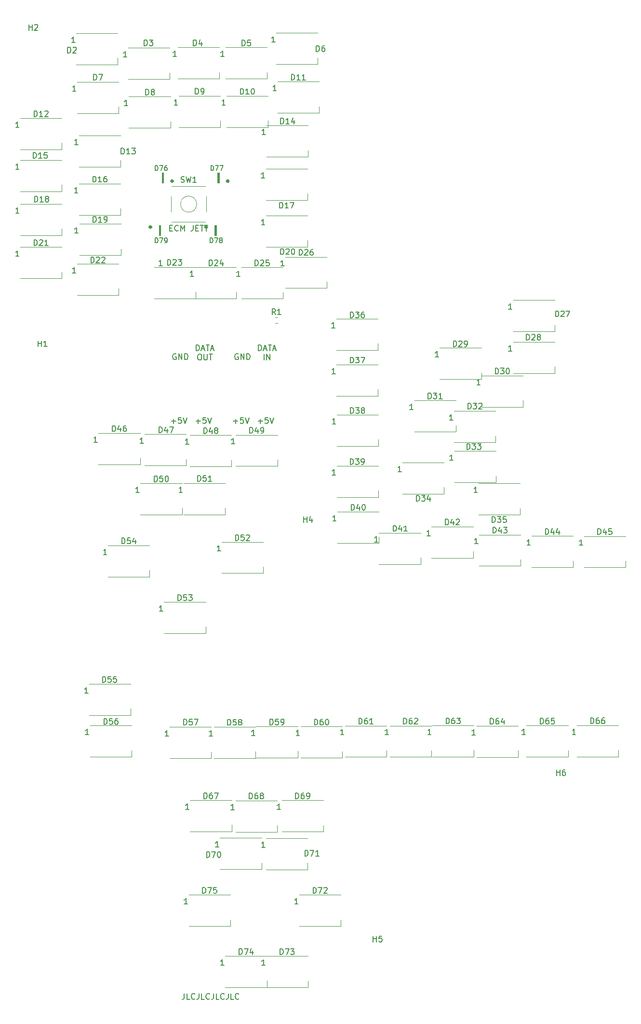
<source format=gbr>
%TF.GenerationSoftware,KiCad,Pcbnew,(5.1.12-1-10_14)*%
%TF.CreationDate,2021-11-28T13:05:42+11:00*%
%TF.ProjectId,DISP-EMC Panel PCB V1,44495350-2d45-44d4-9320-50616e656c20,rev?*%
%TF.SameCoordinates,Original*%
%TF.FileFunction,Legend,Top*%
%TF.FilePolarity,Positive*%
%FSLAX46Y46*%
G04 Gerber Fmt 4.6, Leading zero omitted, Abs format (unit mm)*
G04 Created by KiCad (PCBNEW (5.1.12-1-10_14)) date 2021-11-28 13:05:42*
%MOMM*%
%LPD*%
G01*
G04 APERTURE LIST*
%ADD10C,0.150000*%
%ADD11C,0.500000*%
%ADD12C,0.100000*%
%ADD13C,0.120000*%
G04 APERTURE END LIST*
D10*
X74432238Y-66022000D02*
X74337000Y-65974380D01*
X74194143Y-65974380D01*
X74051285Y-66022000D01*
X73956047Y-66117238D01*
X73908428Y-66212476D01*
X73860809Y-66402952D01*
X73860809Y-66545809D01*
X73908428Y-66736285D01*
X73956047Y-66831523D01*
X74051285Y-66926761D01*
X74194143Y-66974380D01*
X74289381Y-66974380D01*
X74432238Y-66926761D01*
X74479857Y-66879142D01*
X74479857Y-66545809D01*
X74289381Y-66545809D01*
X74908428Y-66974380D02*
X74908428Y-65974380D01*
X75479857Y-66974380D01*
X75479857Y-65974380D01*
X75956047Y-66974380D02*
X75956047Y-65974380D01*
X76194143Y-65974380D01*
X76337000Y-66022000D01*
X76432238Y-66117238D01*
X76479857Y-66212476D01*
X76527476Y-66402952D01*
X76527476Y-66545809D01*
X76479857Y-66736285D01*
X76432238Y-66831523D01*
X76337000Y-66926761D01*
X76194143Y-66974380D01*
X75956047Y-66974380D01*
X85344095Y-66022000D02*
X85248857Y-65974380D01*
X85106000Y-65974380D01*
X84963142Y-66022000D01*
X84867904Y-66117238D01*
X84820285Y-66212476D01*
X84772666Y-66402952D01*
X84772666Y-66545809D01*
X84820285Y-66736285D01*
X84867904Y-66831523D01*
X84963142Y-66926761D01*
X85106000Y-66974380D01*
X85201238Y-66974380D01*
X85344095Y-66926761D01*
X85391714Y-66879142D01*
X85391714Y-66545809D01*
X85201238Y-66545809D01*
X85820285Y-66974380D02*
X85820285Y-65974380D01*
X86391714Y-66974380D01*
X86391714Y-65974380D01*
X86867904Y-66974380D02*
X86867904Y-65974380D01*
X87106000Y-65974380D01*
X87248857Y-66022000D01*
X87344095Y-66117238D01*
X87391714Y-66212476D01*
X87439333Y-66402952D01*
X87439333Y-66545809D01*
X87391714Y-66736285D01*
X87344095Y-66831523D01*
X87248857Y-66926761D01*
X87106000Y-66974380D01*
X86867904Y-66974380D01*
X78002000Y-65413380D02*
X78002000Y-64413380D01*
X78240095Y-64413380D01*
X78382952Y-64461000D01*
X78478190Y-64556238D01*
X78525809Y-64651476D01*
X78573428Y-64841952D01*
X78573428Y-64984809D01*
X78525809Y-65175285D01*
X78478190Y-65270523D01*
X78382952Y-65365761D01*
X78240095Y-65413380D01*
X78002000Y-65413380D01*
X78954380Y-65127666D02*
X79430571Y-65127666D01*
X78859142Y-65413380D02*
X79192476Y-64413380D01*
X79525809Y-65413380D01*
X79716285Y-64413380D02*
X80287714Y-64413380D01*
X80002000Y-65413380D02*
X80002000Y-64413380D01*
X80573428Y-65127666D02*
X81049619Y-65127666D01*
X80478190Y-65413380D02*
X80811523Y-64413380D01*
X81144857Y-65413380D01*
X78502000Y-66063380D02*
X78692476Y-66063380D01*
X78787714Y-66111000D01*
X78882952Y-66206238D01*
X78930571Y-66396714D01*
X78930571Y-66730047D01*
X78882952Y-66920523D01*
X78787714Y-67015761D01*
X78692476Y-67063380D01*
X78502000Y-67063380D01*
X78406761Y-67015761D01*
X78311523Y-66920523D01*
X78263904Y-66730047D01*
X78263904Y-66396714D01*
X78311523Y-66206238D01*
X78406761Y-66111000D01*
X78502000Y-66063380D01*
X79359142Y-66063380D02*
X79359142Y-66872904D01*
X79406761Y-66968142D01*
X79454380Y-67015761D01*
X79549619Y-67063380D01*
X79740095Y-67063380D01*
X79835333Y-67015761D01*
X79882952Y-66968142D01*
X79930571Y-66872904D01*
X79930571Y-66063380D01*
X80263904Y-66063380D02*
X80835333Y-66063380D01*
X80549619Y-67063380D02*
X80549619Y-66063380D01*
X84536285Y-77795428D02*
X85298190Y-77795428D01*
X84917238Y-78176380D02*
X84917238Y-77414476D01*
X86250571Y-77176380D02*
X85774380Y-77176380D01*
X85726761Y-77652571D01*
X85774380Y-77604952D01*
X85869619Y-77557333D01*
X86107714Y-77557333D01*
X86202952Y-77604952D01*
X86250571Y-77652571D01*
X86298190Y-77747809D01*
X86298190Y-77985904D01*
X86250571Y-78081142D01*
X86202952Y-78128761D01*
X86107714Y-78176380D01*
X85869619Y-78176380D01*
X85774380Y-78128761D01*
X85726761Y-78081142D01*
X86583904Y-77176380D02*
X86917238Y-78176380D01*
X87250571Y-77176380D01*
X73644285Y-77795428D02*
X74406190Y-77795428D01*
X74025238Y-78176380D02*
X74025238Y-77414476D01*
X75358571Y-77176380D02*
X74882380Y-77176380D01*
X74834761Y-77652571D01*
X74882380Y-77604952D01*
X74977619Y-77557333D01*
X75215714Y-77557333D01*
X75310952Y-77604952D01*
X75358571Y-77652571D01*
X75406190Y-77747809D01*
X75406190Y-77985904D01*
X75358571Y-78081142D01*
X75310952Y-78128761D01*
X75215714Y-78176380D01*
X74977619Y-78176380D01*
X74882380Y-78128761D01*
X74834761Y-78081142D01*
X75691904Y-77176380D02*
X76025238Y-78176380D01*
X76358571Y-77176380D01*
X77962285Y-77795428D02*
X78724190Y-77795428D01*
X78343238Y-78176380D02*
X78343238Y-77414476D01*
X79676571Y-77176380D02*
X79200380Y-77176380D01*
X79152761Y-77652571D01*
X79200380Y-77604952D01*
X79295619Y-77557333D01*
X79533714Y-77557333D01*
X79628952Y-77604952D01*
X79676571Y-77652571D01*
X79724190Y-77747809D01*
X79724190Y-77985904D01*
X79676571Y-78081142D01*
X79628952Y-78128761D01*
X79533714Y-78176380D01*
X79295619Y-78176380D01*
X79200380Y-78128761D01*
X79152761Y-78081142D01*
X80009904Y-77176380D02*
X80343238Y-78176380D01*
X80676571Y-77176380D01*
X88884285Y-77795428D02*
X89646190Y-77795428D01*
X89265238Y-78176380D02*
X89265238Y-77414476D01*
X90598571Y-77176380D02*
X90122380Y-77176380D01*
X90074761Y-77652571D01*
X90122380Y-77604952D01*
X90217619Y-77557333D01*
X90455714Y-77557333D01*
X90550952Y-77604952D01*
X90598571Y-77652571D01*
X90646190Y-77747809D01*
X90646190Y-77985904D01*
X90598571Y-78081142D01*
X90550952Y-78128761D01*
X90455714Y-78176380D01*
X90217619Y-78176380D01*
X90122380Y-78128761D01*
X90074761Y-78081142D01*
X90931904Y-77176380D02*
X91265238Y-78176380D01*
X91598571Y-77176380D01*
X88924000Y-65413380D02*
X88924000Y-64413380D01*
X89162095Y-64413380D01*
X89304952Y-64461000D01*
X89400190Y-64556238D01*
X89447809Y-64651476D01*
X89495428Y-64841952D01*
X89495428Y-64984809D01*
X89447809Y-65175285D01*
X89400190Y-65270523D01*
X89304952Y-65365761D01*
X89162095Y-65413380D01*
X88924000Y-65413380D01*
X89876380Y-65127666D02*
X90352571Y-65127666D01*
X89781142Y-65413380D02*
X90114476Y-64413380D01*
X90447809Y-65413380D01*
X90638285Y-64413380D02*
X91209714Y-64413380D01*
X90924000Y-65413380D02*
X90924000Y-64413380D01*
X91495428Y-65127666D02*
X91971619Y-65127666D01*
X91400190Y-65413380D02*
X91733523Y-64413380D01*
X92066857Y-65413380D01*
X89900190Y-67063380D02*
X89900190Y-66063380D01*
X90376380Y-67063380D02*
X90376380Y-66063380D01*
X90947809Y-67063380D01*
X90947809Y-66063380D01*
X75898952Y-178268380D02*
X75898952Y-178982666D01*
X75851333Y-179125523D01*
X75756095Y-179220761D01*
X75613238Y-179268380D01*
X75518000Y-179268380D01*
X76851333Y-179268380D02*
X76375142Y-179268380D01*
X76375142Y-178268380D01*
X77756095Y-179173142D02*
X77708476Y-179220761D01*
X77565619Y-179268380D01*
X77470380Y-179268380D01*
X77327523Y-179220761D01*
X77232285Y-179125523D01*
X77184666Y-179030285D01*
X77137047Y-178839809D01*
X77137047Y-178696952D01*
X77184666Y-178506476D01*
X77232285Y-178411238D01*
X77327523Y-178316000D01*
X77470380Y-178268380D01*
X77565619Y-178268380D01*
X77708476Y-178316000D01*
X77756095Y-178363619D01*
X78470380Y-178268380D02*
X78470380Y-178982666D01*
X78422761Y-179125523D01*
X78327523Y-179220761D01*
X78184666Y-179268380D01*
X78089428Y-179268380D01*
X79422761Y-179268380D02*
X78946571Y-179268380D01*
X78946571Y-178268380D01*
X80327523Y-179173142D02*
X80279904Y-179220761D01*
X80137047Y-179268380D01*
X80041809Y-179268380D01*
X79898952Y-179220761D01*
X79803714Y-179125523D01*
X79756095Y-179030285D01*
X79708476Y-178839809D01*
X79708476Y-178696952D01*
X79756095Y-178506476D01*
X79803714Y-178411238D01*
X79898952Y-178316000D01*
X80041809Y-178268380D01*
X80137047Y-178268380D01*
X80279904Y-178316000D01*
X80327523Y-178363619D01*
X81041809Y-178268380D02*
X81041809Y-178982666D01*
X80994190Y-179125523D01*
X80898952Y-179220761D01*
X80756095Y-179268380D01*
X80660857Y-179268380D01*
X81994190Y-179268380D02*
X81518000Y-179268380D01*
X81518000Y-178268380D01*
X82898952Y-179173142D02*
X82851333Y-179220761D01*
X82708476Y-179268380D01*
X82613238Y-179268380D01*
X82470380Y-179220761D01*
X82375142Y-179125523D01*
X82327523Y-179030285D01*
X82279904Y-178839809D01*
X82279904Y-178696952D01*
X82327523Y-178506476D01*
X82375142Y-178411238D01*
X82470380Y-178316000D01*
X82613238Y-178268380D01*
X82708476Y-178268380D01*
X82851333Y-178316000D01*
X82898952Y-178363619D01*
X83613238Y-178268380D02*
X83613238Y-178982666D01*
X83565619Y-179125523D01*
X83470380Y-179220761D01*
X83327523Y-179268380D01*
X83232285Y-179268380D01*
X84565619Y-179268380D02*
X84089428Y-179268380D01*
X84089428Y-178268380D01*
X85470380Y-179173142D02*
X85422761Y-179220761D01*
X85279904Y-179268380D01*
X85184666Y-179268380D01*
X85041809Y-179220761D01*
X84946571Y-179125523D01*
X84898952Y-179030285D01*
X84851333Y-178839809D01*
X84851333Y-178696952D01*
X84898952Y-178506476D01*
X84946571Y-178411238D01*
X85041809Y-178316000D01*
X85184666Y-178268380D01*
X85279904Y-178268380D01*
X85422761Y-178316000D01*
X85470380Y-178363619D01*
D11*
%TO.C,D79*%
X70029572Y-43731522D02*
G75*
G03*
X70029572Y-43731522I-100000J0D01*
G01*
D12*
G36*
X71429572Y-43431522D02*
G01*
X71729572Y-43431522D01*
X71729572Y-45231522D01*
X71429572Y-45231522D01*
X71429572Y-43431522D01*
G37*
X71429572Y-43431522D02*
X71729572Y-43431522D01*
X71729572Y-45231522D01*
X71429572Y-45231522D01*
X71429572Y-43431522D01*
D11*
%TO.C,D78*%
X79808572Y-43731522D02*
G75*
G03*
X79808572Y-43731522I-100000J0D01*
G01*
D12*
G36*
X81208572Y-43431522D02*
G01*
X81508572Y-43431522D01*
X81508572Y-45231522D01*
X81208572Y-45231522D01*
X81208572Y-43431522D01*
G37*
X81208572Y-43431522D02*
X81508572Y-43431522D01*
X81508572Y-45231522D01*
X81208572Y-45231522D01*
X81208572Y-43431522D01*
D11*
%TO.C,D77*%
X83608572Y-35660522D02*
G75*
G03*
X83608572Y-35660522I-100000J0D01*
G01*
D12*
G36*
X82008572Y-35960522D02*
G01*
X81708572Y-35960522D01*
X81708572Y-34160522D01*
X82008572Y-34160522D01*
X82008572Y-35960522D01*
G37*
X82008572Y-35960522D02*
X81708572Y-35960522D01*
X81708572Y-34160522D01*
X82008572Y-34160522D01*
X82008572Y-35960522D01*
D11*
%TO.C,D76*%
X73829572Y-35660522D02*
G75*
G03*
X73829572Y-35660522I-100000J0D01*
G01*
D12*
G36*
X72229572Y-35960522D02*
G01*
X71929572Y-35960522D01*
X71929572Y-34160522D01*
X72229572Y-34160522D01*
X72229572Y-35960522D01*
G37*
X72229572Y-35960522D02*
X71929572Y-35960522D01*
X71929572Y-34160522D01*
X72229572Y-34160522D01*
X72229572Y-35960522D01*
D13*
%TO.C,SW1*%
X79776000Y-38375000D02*
X79776000Y-41055000D01*
X73536000Y-41055000D02*
X73536000Y-38375000D01*
X73686000Y-36595000D02*
X79626000Y-36595000D01*
X73686000Y-42835000D02*
X79626000Y-42835000D01*
X78070214Y-39715000D02*
G75*
G03*
X78070214Y-39715000I-1414214J0D01*
G01*
%TO.C,R1*%
X91837742Y-60593500D02*
X92312258Y-60593500D01*
X91837742Y-59548500D02*
X92312258Y-59548500D01*
%TO.C,D75*%
X76676400Y-160953000D02*
X83976400Y-160953000D01*
X76676400Y-166453000D02*
X83976400Y-166453000D01*
X83976400Y-166453000D02*
X83976400Y-165303000D01*
%TO.C,D74*%
X83091000Y-171697000D02*
X90391000Y-171697000D01*
X83091000Y-177197000D02*
X90391000Y-177197000D01*
X90391000Y-177197000D02*
X90391000Y-176047000D01*
%TO.C,D73*%
X90290800Y-171722000D02*
X97590800Y-171722000D01*
X90290800Y-177222000D02*
X97590800Y-177222000D01*
X97590800Y-177222000D02*
X97590800Y-176072000D01*
%TO.C,D72*%
X96095800Y-160953000D02*
X103395800Y-160953000D01*
X96095800Y-166453000D02*
X103395800Y-166453000D01*
X103395800Y-166453000D02*
X103395800Y-165303000D01*
%TO.C,D71*%
X90267600Y-150996000D02*
X97567600Y-150996000D01*
X90267600Y-156496000D02*
X97567600Y-156496000D01*
X97567600Y-156496000D02*
X97567600Y-155346000D01*
%TO.C,D70*%
X82165000Y-150971000D02*
X89465000Y-150971000D01*
X82165000Y-156471000D02*
X89465000Y-156471000D01*
X89465000Y-156471000D02*
X89465000Y-155321000D01*
%TO.C,D69*%
X93010800Y-144367000D02*
X100310800Y-144367000D01*
X93010800Y-149867000D02*
X100310800Y-149867000D01*
X100310800Y-149867000D02*
X100310800Y-148717000D01*
%TO.C,D68*%
X84882800Y-144392000D02*
X92182800Y-144392000D01*
X84882800Y-149892000D02*
X92182800Y-149892000D01*
X92182800Y-149892000D02*
X92182800Y-148742000D01*
%TO.C,D67*%
X76918800Y-144341000D02*
X84218800Y-144341000D01*
X76918800Y-149841000D02*
X84218800Y-149841000D01*
X84218800Y-149841000D02*
X84218800Y-148691000D01*
%TO.C,D66*%
X144852000Y-131184000D02*
X152152000Y-131184000D01*
X144852000Y-136684000D02*
X152152000Y-136684000D01*
X152152000Y-136684000D02*
X152152000Y-135534000D01*
%TO.C,D65*%
X136011000Y-131235000D02*
X143311000Y-131235000D01*
X136011000Y-136735000D02*
X143311000Y-136735000D01*
X143311000Y-136735000D02*
X143311000Y-135585000D01*
%TO.C,D64*%
X127225000Y-131286000D02*
X134525000Y-131286000D01*
X127225000Y-136786000D02*
X134525000Y-136786000D01*
X134525000Y-136786000D02*
X134525000Y-135636000D01*
%TO.C,D63*%
X119452000Y-131209000D02*
X126752000Y-131209000D01*
X119452000Y-136709000D02*
X126752000Y-136709000D01*
X126752000Y-136709000D02*
X126752000Y-135559000D01*
%TO.C,D62*%
X111985000Y-131260000D02*
X119285000Y-131260000D01*
X111985000Y-136760000D02*
X119285000Y-136760000D01*
X119285000Y-136760000D02*
X119285000Y-135610000D01*
%TO.C,D61*%
X104136000Y-131260000D02*
X111436000Y-131260000D01*
X104136000Y-136760000D02*
X111436000Y-136760000D01*
X111436000Y-136760000D02*
X111436000Y-135610000D01*
%TO.C,D60*%
X96338200Y-131413000D02*
X103638200Y-131413000D01*
X96338200Y-136913000D02*
X103638200Y-136913000D01*
X103638200Y-136913000D02*
X103638200Y-135763000D01*
%TO.C,D59*%
X95815000Y-136887000D02*
X95815000Y-135737000D01*
X88515000Y-136887000D02*
X95815000Y-136887000D01*
X88515000Y-131387000D02*
X95815000Y-131387000D01*
%TO.C,D58*%
X88372800Y-136964000D02*
X88372800Y-135814000D01*
X81072800Y-136964000D02*
X88372800Y-136964000D01*
X81072800Y-131464000D02*
X88372800Y-131464000D01*
%TO.C,D57*%
X80625800Y-136989000D02*
X80625800Y-135839000D01*
X73325800Y-136989000D02*
X80625800Y-136989000D01*
X73325800Y-131489000D02*
X80625800Y-131489000D01*
%TO.C,D56*%
X66616600Y-136735000D02*
X66616600Y-135585000D01*
X59316600Y-136735000D02*
X66616600Y-136735000D01*
X59316600Y-131235000D02*
X66616600Y-131235000D01*
%TO.C,D55*%
X66503400Y-129445000D02*
X66503400Y-128295000D01*
X59203400Y-129445000D02*
X66503400Y-129445000D01*
X59203400Y-123945000D02*
X66503400Y-123945000D01*
%TO.C,D54*%
X69780000Y-105112000D02*
X69780000Y-103962000D01*
X62480000Y-105112000D02*
X69780000Y-105112000D01*
X62480000Y-99612000D02*
X69780000Y-99612000D01*
%TO.C,D53*%
X79635200Y-115044000D02*
X79635200Y-113894000D01*
X72335200Y-115044000D02*
X79635200Y-115044000D01*
X72335200Y-109544000D02*
X79635200Y-109544000D01*
%TO.C,D52*%
X89781400Y-104502000D02*
X89781400Y-103352000D01*
X82481400Y-104502000D02*
X89781400Y-104502000D01*
X82481400Y-99002000D02*
X89781400Y-99002000D01*
%TO.C,D51*%
X83064200Y-94190200D02*
X83064200Y-93040200D01*
X75764200Y-94190200D02*
X83064200Y-94190200D01*
X75764200Y-88690200D02*
X83064200Y-88690200D01*
%TO.C,D50*%
X75481200Y-94215400D02*
X75481200Y-93065400D01*
X68181200Y-94215400D02*
X75481200Y-94215400D01*
X68181200Y-88715400D02*
X75481200Y-88715400D01*
%TO.C,D49*%
X92259000Y-85706200D02*
X92259000Y-84556200D01*
X84959000Y-85706200D02*
X92259000Y-85706200D01*
X84959000Y-80206200D02*
X92259000Y-80206200D01*
%TO.C,D48*%
X84181800Y-85757400D02*
X84181800Y-84607400D01*
X76881800Y-85757400D02*
X84181800Y-85757400D01*
X76881800Y-80257400D02*
X84181800Y-80257400D01*
%TO.C,D47*%
X76231600Y-85604600D02*
X76231600Y-84454600D01*
X68931600Y-85604600D02*
X76231600Y-85604600D01*
X68931600Y-80104600D02*
X76231600Y-80104600D01*
%TO.C,D46*%
X68115200Y-85401600D02*
X68115200Y-84251600D01*
X60815200Y-85401600D02*
X68115200Y-85401600D01*
X60815200Y-79901600D02*
X68115200Y-79901600D01*
%TO.C,D45*%
X153397000Y-103487000D02*
X153397000Y-102337000D01*
X146097000Y-103487000D02*
X153397000Y-103487000D01*
X146097000Y-97987000D02*
X153397000Y-97987000D01*
%TO.C,D44*%
X144202000Y-103461000D02*
X144202000Y-102311000D01*
X136902000Y-103461000D02*
X144202000Y-103461000D01*
X136902000Y-97961000D02*
X144202000Y-97961000D01*
%TO.C,D43*%
X134982000Y-103232000D02*
X134982000Y-102082000D01*
X127682000Y-103232000D02*
X134982000Y-103232000D01*
X127682000Y-97732000D02*
X134982000Y-97732000D01*
%TO.C,D42*%
X126625000Y-101810200D02*
X126625000Y-100660200D01*
X119325000Y-101810200D02*
X126625000Y-101810200D01*
X119325000Y-96310200D02*
X126625000Y-96310200D01*
%TO.C,D41*%
X117405000Y-102902000D02*
X117405000Y-101752000D01*
X110105000Y-102902000D02*
X117405000Y-102902000D01*
X110105000Y-97402000D02*
X117405000Y-97402000D01*
%TO.C,D40*%
X110076000Y-99219200D02*
X110076000Y-98069200D01*
X102776000Y-99219200D02*
X110076000Y-99219200D01*
X102776000Y-93719200D02*
X110076000Y-93719200D01*
%TO.C,D39*%
X109961000Y-91142200D02*
X109961000Y-89992200D01*
X102661000Y-91142200D02*
X109961000Y-91142200D01*
X102661000Y-85642200D02*
X109961000Y-85642200D01*
%TO.C,D38*%
X109988000Y-82176000D02*
X109988000Y-81026000D01*
X102688000Y-82176000D02*
X109988000Y-82176000D01*
X102688000Y-76676000D02*
X109988000Y-76676000D01*
%TO.C,D37*%
X109935000Y-73361800D02*
X109935000Y-72211800D01*
X102635000Y-73361800D02*
X109935000Y-73361800D01*
X102635000Y-67861800D02*
X109935000Y-67861800D01*
%TO.C,D36*%
X109887000Y-65310400D02*
X109887000Y-64160400D01*
X102587000Y-65310400D02*
X109887000Y-65310400D01*
X102587000Y-59810400D02*
X109887000Y-59810400D01*
%TO.C,D35*%
X134892000Y-94240800D02*
X134892000Y-93090800D01*
X127592000Y-94240800D02*
X134892000Y-94240800D01*
X127592000Y-88740800D02*
X134892000Y-88740800D01*
%TO.C,D34*%
X121520000Y-90558000D02*
X121520000Y-89408000D01*
X114220000Y-90558000D02*
X121520000Y-90558000D01*
X114220000Y-85058000D02*
X121520000Y-85058000D01*
%TO.C,D33*%
X130638000Y-88576800D02*
X130638000Y-87426800D01*
X123338000Y-88576800D02*
X130638000Y-88576800D01*
X123338000Y-83076800D02*
X130638000Y-83076800D01*
%TO.C,D32*%
X130585000Y-81540600D02*
X130585000Y-80390600D01*
X123285000Y-81540600D02*
X130585000Y-81540600D01*
X123285000Y-76040600D02*
X130585000Y-76040600D01*
%TO.C,D31*%
X123603000Y-79661400D02*
X123603000Y-78511400D01*
X116303000Y-79661400D02*
X123603000Y-79661400D01*
X116303000Y-74161400D02*
X123603000Y-74161400D01*
%TO.C,D30*%
X135386000Y-75317600D02*
X135386000Y-74167600D01*
X128086000Y-75317600D02*
X135386000Y-75317600D01*
X128086000Y-69817600D02*
X135386000Y-69817600D01*
%TO.C,D29*%
X128073000Y-70441200D02*
X128073000Y-69291200D01*
X120773000Y-70441200D02*
X128073000Y-70441200D01*
X120773000Y-64941200D02*
X128073000Y-64941200D01*
%TO.C,D28*%
X140951000Y-69374000D02*
X140951000Y-68224000D01*
X133651000Y-69374000D02*
X140951000Y-69374000D01*
X133651000Y-63874000D02*
X140951000Y-63874000D01*
%TO.C,D27*%
X140951000Y-62059200D02*
X140951000Y-60909200D01*
X133651000Y-62059200D02*
X140951000Y-62059200D01*
X133651000Y-56559200D02*
X140951000Y-56559200D01*
%TO.C,D26*%
X100945800Y-54464200D02*
X100945800Y-53314200D01*
X93645800Y-54464200D02*
X100945800Y-54464200D01*
X93645800Y-48964200D02*
X100945800Y-48964200D01*
%TO.C,D25*%
X93198800Y-56318400D02*
X93198800Y-55168400D01*
X85898800Y-56318400D02*
X93198800Y-56318400D01*
X85898800Y-50818400D02*
X93198800Y-50818400D01*
%TO.C,D24*%
X85045400Y-56293000D02*
X85045400Y-55143000D01*
X77745400Y-56293000D02*
X85045400Y-56293000D01*
X77745400Y-50793000D02*
X85045400Y-50793000D01*
%TO.C,D23*%
X77908000Y-56267800D02*
X77908000Y-55117800D01*
X70608000Y-56267800D02*
X77908000Y-56267800D01*
X70608000Y-50767800D02*
X77908000Y-50767800D01*
%TO.C,D22*%
X64344400Y-55683800D02*
X64344400Y-54533800D01*
X57044400Y-55683800D02*
X64344400Y-55683800D01*
X57044400Y-50183800D02*
X64344400Y-50183800D01*
%TO.C,D21*%
X54362200Y-52762400D02*
X54362200Y-51612400D01*
X47062200Y-52762400D02*
X54362200Y-52762400D01*
X47062200Y-47262400D02*
X54362200Y-47262400D01*
%TO.C,D20*%
X97542200Y-47225200D02*
X97542200Y-46075200D01*
X90242200Y-47225200D02*
X97542200Y-47225200D01*
X90242200Y-41725200D02*
X97542200Y-41725200D01*
%TO.C,D19*%
X64748600Y-48698400D02*
X64748600Y-47548400D01*
X57448600Y-48698400D02*
X64748600Y-48698400D01*
X57448600Y-43198400D02*
X64748600Y-43198400D01*
%TO.C,D18*%
X54362200Y-45167800D02*
X54362200Y-44017800D01*
X47062200Y-45167800D02*
X54362200Y-45167800D01*
X47062200Y-39667800D02*
X54362200Y-39667800D01*
%TO.C,D17*%
X97516800Y-39021000D02*
X97516800Y-37871000D01*
X90216800Y-39021000D02*
X97516800Y-39021000D01*
X90216800Y-33521000D02*
X97516800Y-33521000D01*
%TO.C,D16*%
X64700000Y-41611800D02*
X64700000Y-40461800D01*
X57400000Y-41611800D02*
X64700000Y-41611800D01*
X57400000Y-36111800D02*
X64700000Y-36111800D01*
%TO.C,D15*%
X54362200Y-37471600D02*
X54362200Y-36321600D01*
X47062200Y-37471600D02*
X54362200Y-37471600D01*
X47062200Y-31971600D02*
X54362200Y-31971600D01*
%TO.C,D14*%
X97643800Y-31401400D02*
X97643800Y-30251400D01*
X90343800Y-31401400D02*
X97643800Y-31401400D01*
X90343800Y-25901400D02*
X97643800Y-25901400D01*
%TO.C,D13*%
X64725400Y-33153600D02*
X64725400Y-32003600D01*
X57425400Y-33153600D02*
X64725400Y-33153600D01*
X57425400Y-27653600D02*
X64725400Y-27653600D01*
%TO.C,D12*%
X54362200Y-30131000D02*
X54362200Y-28981000D01*
X47062200Y-30131000D02*
X54362200Y-30131000D01*
X47062200Y-24631000D02*
X54362200Y-24631000D01*
%TO.C,D11*%
X99574200Y-23704800D02*
X99574200Y-22554800D01*
X92274200Y-23704800D02*
X99574200Y-23704800D01*
X92274200Y-18204800D02*
X99574200Y-18204800D01*
%TO.C,D10*%
X90605800Y-26219400D02*
X90605800Y-25069400D01*
X83305800Y-26219400D02*
X90605800Y-26219400D01*
X83305800Y-20719400D02*
X90605800Y-20719400D01*
%TO.C,D9*%
X82226000Y-26194000D02*
X82226000Y-25044000D01*
X74926000Y-26194000D02*
X82226000Y-26194000D01*
X74926000Y-20694000D02*
X82226000Y-20694000D01*
%TO.C,D8*%
X73463000Y-26321400D02*
X73463000Y-25171400D01*
X66163000Y-26321400D02*
X73463000Y-26321400D01*
X66163000Y-20821400D02*
X73463000Y-20821400D01*
%TO.C,D7*%
X64367600Y-23755600D02*
X64367600Y-22605600D01*
X57067600Y-23755600D02*
X64367600Y-23755600D01*
X57067600Y-18255600D02*
X64367600Y-18255600D01*
%TO.C,D6*%
X99345600Y-15170800D02*
X99345600Y-14020800D01*
X92045600Y-15170800D02*
X99345600Y-15170800D01*
X92045600Y-9670800D02*
X99345600Y-9670800D01*
%TO.C,D5*%
X90404800Y-17685400D02*
X90404800Y-16535400D01*
X83104800Y-17685400D02*
X90404800Y-17685400D01*
X83104800Y-12185400D02*
X90404800Y-12185400D01*
%TO.C,D4*%
X82022800Y-17685400D02*
X82022800Y-16535400D01*
X74722800Y-17685400D02*
X82022800Y-17685400D01*
X74722800Y-12185400D02*
X82022800Y-12185400D01*
%TO.C,D3*%
X73310600Y-17787000D02*
X73310600Y-16637000D01*
X66010600Y-17787000D02*
X73310600Y-17787000D01*
X66010600Y-12287000D02*
X73310600Y-12287000D01*
%TO.C,D2*%
X64203600Y-15221400D02*
X64203600Y-14071400D01*
X56903600Y-15221400D02*
X64203600Y-15221400D01*
X56903600Y-9721400D02*
X64203600Y-9721400D01*
%TO.C,D79*%
D10*
X70797429Y-46494045D02*
X70797429Y-45644045D01*
X70999810Y-45644045D01*
X71121238Y-45684522D01*
X71202191Y-45765474D01*
X71242667Y-45846426D01*
X71283143Y-46008331D01*
X71283143Y-46129760D01*
X71242667Y-46291664D01*
X71202191Y-46372617D01*
X71121238Y-46453569D01*
X70999810Y-46494045D01*
X70797429Y-46494045D01*
X71566476Y-45644045D02*
X72133143Y-45644045D01*
X71768857Y-46494045D01*
X72497429Y-46494045D02*
X72659333Y-46494045D01*
X72740286Y-46453569D01*
X72780762Y-46413093D01*
X72861714Y-46291664D01*
X72902191Y-46129760D01*
X72902191Y-45805950D01*
X72861714Y-45724998D01*
X72821238Y-45684522D01*
X72740286Y-45644045D01*
X72578381Y-45644045D01*
X72497429Y-45684522D01*
X72456952Y-45724998D01*
X72416476Y-45805950D01*
X72416476Y-46008331D01*
X72456952Y-46089283D01*
X72497429Y-46129760D01*
X72578381Y-46170236D01*
X72740286Y-46170236D01*
X72821238Y-46129760D01*
X72861714Y-46089283D01*
X72902191Y-46008331D01*
%TO.C,D78*%
X80449429Y-46494045D02*
X80449429Y-45644045D01*
X80651810Y-45644045D01*
X80773238Y-45684522D01*
X80854191Y-45765474D01*
X80894667Y-45846426D01*
X80935143Y-46008331D01*
X80935143Y-46129760D01*
X80894667Y-46291664D01*
X80854191Y-46372617D01*
X80773238Y-46453569D01*
X80651810Y-46494045D01*
X80449429Y-46494045D01*
X81218476Y-45644045D02*
X81785143Y-45644045D01*
X81420857Y-46494045D01*
X82230381Y-46008331D02*
X82149429Y-45967855D01*
X82108952Y-45927379D01*
X82068476Y-45846426D01*
X82068476Y-45805950D01*
X82108952Y-45724998D01*
X82149429Y-45684522D01*
X82230381Y-45644045D01*
X82392286Y-45644045D01*
X82473238Y-45684522D01*
X82513714Y-45724998D01*
X82554191Y-45805950D01*
X82554191Y-45846426D01*
X82513714Y-45927379D01*
X82473238Y-45967855D01*
X82392286Y-46008331D01*
X82230381Y-46008331D01*
X82149429Y-46048807D01*
X82108952Y-46089283D01*
X82068476Y-46170236D01*
X82068476Y-46332141D01*
X82108952Y-46413093D01*
X82149429Y-46453569D01*
X82230381Y-46494045D01*
X82392286Y-46494045D01*
X82473238Y-46453569D01*
X82513714Y-46413093D01*
X82554191Y-46332141D01*
X82554191Y-46170236D01*
X82513714Y-46089283D01*
X82473238Y-46048807D01*
X82392286Y-46008331D01*
%TO.C,D77*%
X80576429Y-33794045D02*
X80576429Y-32944045D01*
X80778810Y-32944045D01*
X80900238Y-32984522D01*
X80981191Y-33065474D01*
X81021667Y-33146426D01*
X81062143Y-33308331D01*
X81062143Y-33429760D01*
X81021667Y-33591664D01*
X80981191Y-33672617D01*
X80900238Y-33753569D01*
X80778810Y-33794045D01*
X80576429Y-33794045D01*
X81345476Y-32944045D02*
X81912143Y-32944045D01*
X81547857Y-33794045D01*
X82155000Y-32944045D02*
X82721667Y-32944045D01*
X82357381Y-33794045D01*
%TO.C,D76*%
X70797429Y-33794045D02*
X70797429Y-32944045D01*
X70999810Y-32944045D01*
X71121238Y-32984522D01*
X71202191Y-33065474D01*
X71242667Y-33146426D01*
X71283143Y-33308331D01*
X71283143Y-33429760D01*
X71242667Y-33591664D01*
X71202191Y-33672617D01*
X71121238Y-33753569D01*
X70999810Y-33794045D01*
X70797429Y-33794045D01*
X71566476Y-32944045D02*
X72133143Y-32944045D01*
X71768857Y-33794045D01*
X72821238Y-32944045D02*
X72659333Y-32944045D01*
X72578381Y-32984522D01*
X72537905Y-33024998D01*
X72456952Y-33146426D01*
X72416476Y-33308331D01*
X72416476Y-33632141D01*
X72456952Y-33713093D01*
X72497429Y-33753569D01*
X72578381Y-33794045D01*
X72740286Y-33794045D01*
X72821238Y-33753569D01*
X72861714Y-33713093D01*
X72902191Y-33632141D01*
X72902191Y-33429760D01*
X72861714Y-33348807D01*
X72821238Y-33308331D01*
X72740286Y-33267855D01*
X72578381Y-33267855D01*
X72497429Y-33308331D01*
X72456952Y-33348807D01*
X72416476Y-33429760D01*
%TO.C,H6*%
X141298667Y-139994902D02*
X141298667Y-138994902D01*
X141298667Y-139471093D02*
X141870095Y-139471093D01*
X141870095Y-139994902D02*
X141870095Y-138994902D01*
X142774857Y-138994902D02*
X142584381Y-138994902D01*
X142489143Y-139042522D01*
X142441524Y-139090141D01*
X142346286Y-139232998D01*
X142298667Y-139423474D01*
X142298667Y-139804426D01*
X142346286Y-139899664D01*
X142393905Y-139947283D01*
X142489143Y-139994902D01*
X142679619Y-139994902D01*
X142774857Y-139947283D01*
X142822476Y-139899664D01*
X142870095Y-139804426D01*
X142870095Y-139566331D01*
X142822476Y-139471093D01*
X142774857Y-139423474D01*
X142679619Y-139375855D01*
X142489143Y-139375855D01*
X142393905Y-139423474D01*
X142346286Y-139471093D01*
X142298667Y-139566331D01*
%TO.C,H5*%
X109067695Y-169196380D02*
X109067695Y-168196380D01*
X109067695Y-168672571D02*
X109639123Y-168672571D01*
X109639123Y-169196380D02*
X109639123Y-168196380D01*
X110591504Y-168196380D02*
X110115314Y-168196380D01*
X110067695Y-168672571D01*
X110115314Y-168624952D01*
X110210552Y-168577333D01*
X110448647Y-168577333D01*
X110543885Y-168624952D01*
X110591504Y-168672571D01*
X110639123Y-168767809D01*
X110639123Y-169005904D01*
X110591504Y-169101142D01*
X110543885Y-169148761D01*
X110448647Y-169196380D01*
X110210552Y-169196380D01*
X110115314Y-169148761D01*
X110067695Y-169101142D01*
%TO.C,H4*%
X96848668Y-95544902D02*
X96848668Y-94544902D01*
X96848668Y-95021093D02*
X97420096Y-95021093D01*
X97420096Y-95544902D02*
X97420096Y-94544902D01*
X98324858Y-94878236D02*
X98324858Y-95544902D01*
X98086763Y-94497283D02*
X97848668Y-95211569D01*
X98467715Y-95211569D01*
%TO.C,H2*%
X48588668Y-9184902D02*
X48588668Y-8184902D01*
X48588668Y-8661093D02*
X49160096Y-8661093D01*
X49160096Y-9184902D02*
X49160096Y-8184902D01*
X49588668Y-8280141D02*
X49636287Y-8232522D01*
X49731525Y-8184902D01*
X49969620Y-8184902D01*
X50064858Y-8232522D01*
X50112477Y-8280141D01*
X50160096Y-8375379D01*
X50160096Y-8470617D01*
X50112477Y-8613474D01*
X49541049Y-9184902D01*
X50160096Y-9184902D01*
%TO.C,H1*%
X50215895Y-64700780D02*
X50215895Y-63700780D01*
X50215895Y-64176971D02*
X50787323Y-64176971D01*
X50787323Y-64700780D02*
X50787323Y-63700780D01*
X51787323Y-64700780D02*
X51215895Y-64700780D01*
X51501609Y-64700780D02*
X51501609Y-63700780D01*
X51406371Y-63843638D01*
X51311133Y-63938876D01*
X51215895Y-63986495D01*
%TO.C,SW1*%
X75322666Y-35819761D02*
X75465523Y-35867380D01*
X75703619Y-35867380D01*
X75798857Y-35819761D01*
X75846476Y-35772142D01*
X75894095Y-35676904D01*
X75894095Y-35581666D01*
X75846476Y-35486428D01*
X75798857Y-35438809D01*
X75703619Y-35391190D01*
X75513142Y-35343571D01*
X75417904Y-35295952D01*
X75370285Y-35248333D01*
X75322666Y-35153095D01*
X75322666Y-35057857D01*
X75370285Y-34962619D01*
X75417904Y-34915000D01*
X75513142Y-34867380D01*
X75751238Y-34867380D01*
X75894095Y-34915000D01*
X76227428Y-34867380D02*
X76465523Y-35867380D01*
X76656000Y-35153095D01*
X76846476Y-35867380D01*
X77084571Y-34867380D01*
X77989333Y-35867380D02*
X77417904Y-35867380D01*
X77703619Y-35867380D02*
X77703619Y-34867380D01*
X77608380Y-35010238D01*
X77513142Y-35105476D01*
X77417904Y-35153095D01*
X73344095Y-43893571D02*
X73677428Y-43893571D01*
X73820285Y-44417380D02*
X73344095Y-44417380D01*
X73344095Y-43417380D01*
X73820285Y-43417380D01*
X74820285Y-44322142D02*
X74772666Y-44369761D01*
X74629809Y-44417380D01*
X74534571Y-44417380D01*
X74391714Y-44369761D01*
X74296476Y-44274523D01*
X74248857Y-44179285D01*
X74201238Y-43988809D01*
X74201238Y-43845952D01*
X74248857Y-43655476D01*
X74296476Y-43560238D01*
X74391714Y-43465000D01*
X74534571Y-43417380D01*
X74629809Y-43417380D01*
X74772666Y-43465000D01*
X74820285Y-43512619D01*
X75248857Y-44417380D02*
X75248857Y-43417380D01*
X75582190Y-44131666D01*
X75915523Y-43417380D01*
X75915523Y-44417380D01*
X77439333Y-43417380D02*
X77439333Y-44131666D01*
X77391714Y-44274523D01*
X77296476Y-44369761D01*
X77153619Y-44417380D01*
X77058380Y-44417380D01*
X77915523Y-43893571D02*
X78248857Y-43893571D01*
X78391714Y-44417380D02*
X77915523Y-44417380D01*
X77915523Y-43417380D01*
X78391714Y-43417380D01*
X78677428Y-43417380D02*
X79248857Y-43417380D01*
X78963142Y-44417380D02*
X78963142Y-43417380D01*
X79439333Y-43417380D02*
X80010761Y-43417380D01*
X79725047Y-44417380D02*
X79725047Y-43417380D01*
%TO.C,R1*%
X91908333Y-59093380D02*
X91575000Y-58617190D01*
X91336904Y-59093380D02*
X91336904Y-58093380D01*
X91717857Y-58093380D01*
X91813095Y-58141000D01*
X91860714Y-58188619D01*
X91908333Y-58283857D01*
X91908333Y-58426714D01*
X91860714Y-58521952D01*
X91813095Y-58569571D01*
X91717857Y-58617190D01*
X91336904Y-58617190D01*
X92860714Y-59093380D02*
X92289285Y-59093380D01*
X92575000Y-59093380D02*
X92575000Y-58093380D01*
X92479761Y-58236238D01*
X92384523Y-58331476D01*
X92289285Y-58379095D01*
%TO.C,D75*%
X79112114Y-160655380D02*
X79112114Y-159655380D01*
X79350209Y-159655380D01*
X79493066Y-159703000D01*
X79588304Y-159798238D01*
X79635923Y-159893476D01*
X79683542Y-160083952D01*
X79683542Y-160226809D01*
X79635923Y-160417285D01*
X79588304Y-160512523D01*
X79493066Y-160607761D01*
X79350209Y-160655380D01*
X79112114Y-160655380D01*
X80016876Y-159655380D02*
X80683542Y-159655380D01*
X80254971Y-160655380D01*
X81540685Y-159655380D02*
X81064495Y-159655380D01*
X81016876Y-160131571D01*
X81064495Y-160083952D01*
X81159733Y-160036333D01*
X81397828Y-160036333D01*
X81493066Y-160083952D01*
X81540685Y-160131571D01*
X81588304Y-160226809D01*
X81588304Y-160464904D01*
X81540685Y-160560142D01*
X81493066Y-160607761D01*
X81397828Y-160655380D01*
X81159733Y-160655380D01*
X81064495Y-160607761D01*
X81016876Y-160560142D01*
X76462114Y-162555380D02*
X75890685Y-162555380D01*
X76176400Y-162555380D02*
X76176400Y-161555380D01*
X76081161Y-161698238D01*
X75985923Y-161793476D01*
X75890685Y-161841095D01*
%TO.C,D74*%
X85526714Y-171399380D02*
X85526714Y-170399380D01*
X85764809Y-170399380D01*
X85907666Y-170447000D01*
X86002904Y-170542238D01*
X86050523Y-170637476D01*
X86098142Y-170827952D01*
X86098142Y-170970809D01*
X86050523Y-171161285D01*
X86002904Y-171256523D01*
X85907666Y-171351761D01*
X85764809Y-171399380D01*
X85526714Y-171399380D01*
X86431476Y-170399380D02*
X87098142Y-170399380D01*
X86669571Y-171399380D01*
X87907666Y-170732714D02*
X87907666Y-171399380D01*
X87669571Y-170351761D02*
X87431476Y-171066047D01*
X88050523Y-171066047D01*
X82876714Y-173299380D02*
X82305285Y-173299380D01*
X82591000Y-173299380D02*
X82591000Y-172299380D01*
X82495761Y-172442238D01*
X82400523Y-172537476D01*
X82305285Y-172585095D01*
%TO.C,D73*%
X92726514Y-171424380D02*
X92726514Y-170424380D01*
X92964609Y-170424380D01*
X93107466Y-170472000D01*
X93202704Y-170567238D01*
X93250323Y-170662476D01*
X93297942Y-170852952D01*
X93297942Y-170995809D01*
X93250323Y-171186285D01*
X93202704Y-171281523D01*
X93107466Y-171376761D01*
X92964609Y-171424380D01*
X92726514Y-171424380D01*
X93631276Y-170424380D02*
X94297942Y-170424380D01*
X93869371Y-171424380D01*
X94583657Y-170424380D02*
X95202704Y-170424380D01*
X94869371Y-170805333D01*
X95012228Y-170805333D01*
X95107466Y-170852952D01*
X95155085Y-170900571D01*
X95202704Y-170995809D01*
X95202704Y-171233904D01*
X95155085Y-171329142D01*
X95107466Y-171376761D01*
X95012228Y-171424380D01*
X94726514Y-171424380D01*
X94631276Y-171376761D01*
X94583657Y-171329142D01*
X90076514Y-173324380D02*
X89505085Y-173324380D01*
X89790800Y-173324380D02*
X89790800Y-172324380D01*
X89695561Y-172467238D01*
X89600323Y-172562476D01*
X89505085Y-172610095D01*
%TO.C,D72*%
X98531514Y-160655380D02*
X98531514Y-159655380D01*
X98769609Y-159655380D01*
X98912466Y-159703000D01*
X99007704Y-159798238D01*
X99055323Y-159893476D01*
X99102942Y-160083952D01*
X99102942Y-160226809D01*
X99055323Y-160417285D01*
X99007704Y-160512523D01*
X98912466Y-160607761D01*
X98769609Y-160655380D01*
X98531514Y-160655380D01*
X99436276Y-159655380D02*
X100102942Y-159655380D01*
X99674371Y-160655380D01*
X100436276Y-159750619D02*
X100483895Y-159703000D01*
X100579133Y-159655380D01*
X100817228Y-159655380D01*
X100912466Y-159703000D01*
X100960085Y-159750619D01*
X101007704Y-159845857D01*
X101007704Y-159941095D01*
X100960085Y-160083952D01*
X100388657Y-160655380D01*
X101007704Y-160655380D01*
X95881514Y-162555380D02*
X95310085Y-162555380D01*
X95595800Y-162555380D02*
X95595800Y-161555380D01*
X95500561Y-161698238D01*
X95405323Y-161793476D01*
X95310085Y-161841095D01*
%TO.C,D71*%
X97083714Y-154122380D02*
X97083714Y-153122380D01*
X97321809Y-153122380D01*
X97464666Y-153170000D01*
X97559904Y-153265238D01*
X97607523Y-153360476D01*
X97655142Y-153550952D01*
X97655142Y-153693809D01*
X97607523Y-153884285D01*
X97559904Y-153979523D01*
X97464666Y-154074761D01*
X97321809Y-154122380D01*
X97083714Y-154122380D01*
X97988476Y-153122380D02*
X98655142Y-153122380D01*
X98226571Y-154122380D01*
X99559904Y-154122380D02*
X98988476Y-154122380D01*
X99274190Y-154122380D02*
X99274190Y-153122380D01*
X99178952Y-153265238D01*
X99083714Y-153360476D01*
X98988476Y-153408095D01*
X90053314Y-152598380D02*
X89481885Y-152598380D01*
X89767600Y-152598380D02*
X89767600Y-151598380D01*
X89672361Y-151741238D01*
X89577123Y-151836476D01*
X89481885Y-151884095D01*
%TO.C,D70*%
X79811714Y-154376380D02*
X79811714Y-153376380D01*
X80049809Y-153376380D01*
X80192666Y-153424000D01*
X80287904Y-153519238D01*
X80335523Y-153614476D01*
X80383142Y-153804952D01*
X80383142Y-153947809D01*
X80335523Y-154138285D01*
X80287904Y-154233523D01*
X80192666Y-154328761D01*
X80049809Y-154376380D01*
X79811714Y-154376380D01*
X80716476Y-153376380D02*
X81383142Y-153376380D01*
X80954571Y-154376380D01*
X81954571Y-153376380D02*
X82049809Y-153376380D01*
X82145047Y-153424000D01*
X82192666Y-153471619D01*
X82240285Y-153566857D01*
X82287904Y-153757333D01*
X82287904Y-153995428D01*
X82240285Y-154185904D01*
X82192666Y-154281142D01*
X82145047Y-154328761D01*
X82049809Y-154376380D01*
X81954571Y-154376380D01*
X81859333Y-154328761D01*
X81811714Y-154281142D01*
X81764095Y-154185904D01*
X81716476Y-153995428D01*
X81716476Y-153757333D01*
X81764095Y-153566857D01*
X81811714Y-153471619D01*
X81859333Y-153424000D01*
X81954571Y-153376380D01*
X81950714Y-152573380D02*
X81379285Y-152573380D01*
X81665000Y-152573380D02*
X81665000Y-151573380D01*
X81569761Y-151716238D01*
X81474523Y-151811476D01*
X81379285Y-151859095D01*
%TO.C,D69*%
X95446514Y-144069380D02*
X95446514Y-143069380D01*
X95684609Y-143069380D01*
X95827466Y-143117000D01*
X95922704Y-143212238D01*
X95970323Y-143307476D01*
X96017942Y-143497952D01*
X96017942Y-143640809D01*
X95970323Y-143831285D01*
X95922704Y-143926523D01*
X95827466Y-144021761D01*
X95684609Y-144069380D01*
X95446514Y-144069380D01*
X96875085Y-143069380D02*
X96684609Y-143069380D01*
X96589371Y-143117000D01*
X96541752Y-143164619D01*
X96446514Y-143307476D01*
X96398895Y-143497952D01*
X96398895Y-143878904D01*
X96446514Y-143974142D01*
X96494133Y-144021761D01*
X96589371Y-144069380D01*
X96779847Y-144069380D01*
X96875085Y-144021761D01*
X96922704Y-143974142D01*
X96970323Y-143878904D01*
X96970323Y-143640809D01*
X96922704Y-143545571D01*
X96875085Y-143497952D01*
X96779847Y-143450333D01*
X96589371Y-143450333D01*
X96494133Y-143497952D01*
X96446514Y-143545571D01*
X96398895Y-143640809D01*
X97446514Y-144069380D02*
X97636990Y-144069380D01*
X97732228Y-144021761D01*
X97779847Y-143974142D01*
X97875085Y-143831285D01*
X97922704Y-143640809D01*
X97922704Y-143259857D01*
X97875085Y-143164619D01*
X97827466Y-143117000D01*
X97732228Y-143069380D01*
X97541752Y-143069380D01*
X97446514Y-143117000D01*
X97398895Y-143164619D01*
X97351276Y-143259857D01*
X97351276Y-143497952D01*
X97398895Y-143593190D01*
X97446514Y-143640809D01*
X97541752Y-143688428D01*
X97732228Y-143688428D01*
X97827466Y-143640809D01*
X97875085Y-143593190D01*
X97922704Y-143497952D01*
X92796514Y-145969380D02*
X92225085Y-145969380D01*
X92510800Y-145969380D02*
X92510800Y-144969380D01*
X92415561Y-145112238D01*
X92320323Y-145207476D01*
X92225085Y-145255095D01*
%TO.C,D68*%
X87318514Y-144094380D02*
X87318514Y-143094380D01*
X87556609Y-143094380D01*
X87699466Y-143142000D01*
X87794704Y-143237238D01*
X87842323Y-143332476D01*
X87889942Y-143522952D01*
X87889942Y-143665809D01*
X87842323Y-143856285D01*
X87794704Y-143951523D01*
X87699466Y-144046761D01*
X87556609Y-144094380D01*
X87318514Y-144094380D01*
X88747085Y-143094380D02*
X88556609Y-143094380D01*
X88461371Y-143142000D01*
X88413752Y-143189619D01*
X88318514Y-143332476D01*
X88270895Y-143522952D01*
X88270895Y-143903904D01*
X88318514Y-143999142D01*
X88366133Y-144046761D01*
X88461371Y-144094380D01*
X88651847Y-144094380D01*
X88747085Y-144046761D01*
X88794704Y-143999142D01*
X88842323Y-143903904D01*
X88842323Y-143665809D01*
X88794704Y-143570571D01*
X88747085Y-143522952D01*
X88651847Y-143475333D01*
X88461371Y-143475333D01*
X88366133Y-143522952D01*
X88318514Y-143570571D01*
X88270895Y-143665809D01*
X89413752Y-143522952D02*
X89318514Y-143475333D01*
X89270895Y-143427714D01*
X89223276Y-143332476D01*
X89223276Y-143284857D01*
X89270895Y-143189619D01*
X89318514Y-143142000D01*
X89413752Y-143094380D01*
X89604228Y-143094380D01*
X89699466Y-143142000D01*
X89747085Y-143189619D01*
X89794704Y-143284857D01*
X89794704Y-143332476D01*
X89747085Y-143427714D01*
X89699466Y-143475333D01*
X89604228Y-143522952D01*
X89413752Y-143522952D01*
X89318514Y-143570571D01*
X89270895Y-143618190D01*
X89223276Y-143713428D01*
X89223276Y-143903904D01*
X89270895Y-143999142D01*
X89318514Y-144046761D01*
X89413752Y-144094380D01*
X89604228Y-144094380D01*
X89699466Y-144046761D01*
X89747085Y-143999142D01*
X89794704Y-143903904D01*
X89794704Y-143713428D01*
X89747085Y-143618190D01*
X89699466Y-143570571D01*
X89604228Y-143522952D01*
X84668514Y-145994380D02*
X84097085Y-145994380D01*
X84382800Y-145994380D02*
X84382800Y-144994380D01*
X84287561Y-145137238D01*
X84192323Y-145232476D01*
X84097085Y-145280095D01*
%TO.C,D67*%
X79354514Y-144043380D02*
X79354514Y-143043380D01*
X79592609Y-143043380D01*
X79735466Y-143091000D01*
X79830704Y-143186238D01*
X79878323Y-143281476D01*
X79925942Y-143471952D01*
X79925942Y-143614809D01*
X79878323Y-143805285D01*
X79830704Y-143900523D01*
X79735466Y-143995761D01*
X79592609Y-144043380D01*
X79354514Y-144043380D01*
X80783085Y-143043380D02*
X80592609Y-143043380D01*
X80497371Y-143091000D01*
X80449752Y-143138619D01*
X80354514Y-143281476D01*
X80306895Y-143471952D01*
X80306895Y-143852904D01*
X80354514Y-143948142D01*
X80402133Y-143995761D01*
X80497371Y-144043380D01*
X80687847Y-144043380D01*
X80783085Y-143995761D01*
X80830704Y-143948142D01*
X80878323Y-143852904D01*
X80878323Y-143614809D01*
X80830704Y-143519571D01*
X80783085Y-143471952D01*
X80687847Y-143424333D01*
X80497371Y-143424333D01*
X80402133Y-143471952D01*
X80354514Y-143519571D01*
X80306895Y-143614809D01*
X81211657Y-143043380D02*
X81878323Y-143043380D01*
X81449752Y-144043380D01*
X76704514Y-145943380D02*
X76133085Y-145943380D01*
X76418800Y-145943380D02*
X76418800Y-144943380D01*
X76323561Y-145086238D01*
X76228323Y-145181476D01*
X76133085Y-145229095D01*
%TO.C,D66*%
X147287714Y-130886380D02*
X147287714Y-129886380D01*
X147525809Y-129886380D01*
X147668666Y-129934000D01*
X147763904Y-130029238D01*
X147811523Y-130124476D01*
X147859142Y-130314952D01*
X147859142Y-130457809D01*
X147811523Y-130648285D01*
X147763904Y-130743523D01*
X147668666Y-130838761D01*
X147525809Y-130886380D01*
X147287714Y-130886380D01*
X148716285Y-129886380D02*
X148525809Y-129886380D01*
X148430571Y-129934000D01*
X148382952Y-129981619D01*
X148287714Y-130124476D01*
X148240095Y-130314952D01*
X148240095Y-130695904D01*
X148287714Y-130791142D01*
X148335333Y-130838761D01*
X148430571Y-130886380D01*
X148621047Y-130886380D01*
X148716285Y-130838761D01*
X148763904Y-130791142D01*
X148811523Y-130695904D01*
X148811523Y-130457809D01*
X148763904Y-130362571D01*
X148716285Y-130314952D01*
X148621047Y-130267333D01*
X148430571Y-130267333D01*
X148335333Y-130314952D01*
X148287714Y-130362571D01*
X148240095Y-130457809D01*
X149668666Y-129886380D02*
X149478190Y-129886380D01*
X149382952Y-129934000D01*
X149335333Y-129981619D01*
X149240095Y-130124476D01*
X149192476Y-130314952D01*
X149192476Y-130695904D01*
X149240095Y-130791142D01*
X149287714Y-130838761D01*
X149382952Y-130886380D01*
X149573428Y-130886380D01*
X149668666Y-130838761D01*
X149716285Y-130791142D01*
X149763904Y-130695904D01*
X149763904Y-130457809D01*
X149716285Y-130362571D01*
X149668666Y-130314952D01*
X149573428Y-130267333D01*
X149382952Y-130267333D01*
X149287714Y-130314952D01*
X149240095Y-130362571D01*
X149192476Y-130457809D01*
X144637714Y-132786380D02*
X144066285Y-132786380D01*
X144352000Y-132786380D02*
X144352000Y-131786380D01*
X144256761Y-131929238D01*
X144161523Y-132024476D01*
X144066285Y-132072095D01*
%TO.C,D65*%
X138446714Y-130937380D02*
X138446714Y-129937380D01*
X138684809Y-129937380D01*
X138827666Y-129985000D01*
X138922904Y-130080238D01*
X138970523Y-130175476D01*
X139018142Y-130365952D01*
X139018142Y-130508809D01*
X138970523Y-130699285D01*
X138922904Y-130794523D01*
X138827666Y-130889761D01*
X138684809Y-130937380D01*
X138446714Y-130937380D01*
X139875285Y-129937380D02*
X139684809Y-129937380D01*
X139589571Y-129985000D01*
X139541952Y-130032619D01*
X139446714Y-130175476D01*
X139399095Y-130365952D01*
X139399095Y-130746904D01*
X139446714Y-130842142D01*
X139494333Y-130889761D01*
X139589571Y-130937380D01*
X139780047Y-130937380D01*
X139875285Y-130889761D01*
X139922904Y-130842142D01*
X139970523Y-130746904D01*
X139970523Y-130508809D01*
X139922904Y-130413571D01*
X139875285Y-130365952D01*
X139780047Y-130318333D01*
X139589571Y-130318333D01*
X139494333Y-130365952D01*
X139446714Y-130413571D01*
X139399095Y-130508809D01*
X140875285Y-129937380D02*
X140399095Y-129937380D01*
X140351476Y-130413571D01*
X140399095Y-130365952D01*
X140494333Y-130318333D01*
X140732428Y-130318333D01*
X140827666Y-130365952D01*
X140875285Y-130413571D01*
X140922904Y-130508809D01*
X140922904Y-130746904D01*
X140875285Y-130842142D01*
X140827666Y-130889761D01*
X140732428Y-130937380D01*
X140494333Y-130937380D01*
X140399095Y-130889761D01*
X140351476Y-130842142D01*
X135796714Y-132837380D02*
X135225285Y-132837380D01*
X135511000Y-132837380D02*
X135511000Y-131837380D01*
X135415761Y-131980238D01*
X135320523Y-132075476D01*
X135225285Y-132123095D01*
%TO.C,D64*%
X129660714Y-130988380D02*
X129660714Y-129988380D01*
X129898809Y-129988380D01*
X130041666Y-130036000D01*
X130136904Y-130131238D01*
X130184523Y-130226476D01*
X130232142Y-130416952D01*
X130232142Y-130559809D01*
X130184523Y-130750285D01*
X130136904Y-130845523D01*
X130041666Y-130940761D01*
X129898809Y-130988380D01*
X129660714Y-130988380D01*
X131089285Y-129988380D02*
X130898809Y-129988380D01*
X130803571Y-130036000D01*
X130755952Y-130083619D01*
X130660714Y-130226476D01*
X130613095Y-130416952D01*
X130613095Y-130797904D01*
X130660714Y-130893142D01*
X130708333Y-130940761D01*
X130803571Y-130988380D01*
X130994047Y-130988380D01*
X131089285Y-130940761D01*
X131136904Y-130893142D01*
X131184523Y-130797904D01*
X131184523Y-130559809D01*
X131136904Y-130464571D01*
X131089285Y-130416952D01*
X130994047Y-130369333D01*
X130803571Y-130369333D01*
X130708333Y-130416952D01*
X130660714Y-130464571D01*
X130613095Y-130559809D01*
X132041666Y-130321714D02*
X132041666Y-130988380D01*
X131803571Y-129940761D02*
X131565476Y-130655047D01*
X132184523Y-130655047D01*
X127010714Y-132888380D02*
X126439285Y-132888380D01*
X126725000Y-132888380D02*
X126725000Y-131888380D01*
X126629761Y-132031238D01*
X126534523Y-132126476D01*
X126439285Y-132174095D01*
%TO.C,D63*%
X121887714Y-130911380D02*
X121887714Y-129911380D01*
X122125809Y-129911380D01*
X122268666Y-129959000D01*
X122363904Y-130054238D01*
X122411523Y-130149476D01*
X122459142Y-130339952D01*
X122459142Y-130482809D01*
X122411523Y-130673285D01*
X122363904Y-130768523D01*
X122268666Y-130863761D01*
X122125809Y-130911380D01*
X121887714Y-130911380D01*
X123316285Y-129911380D02*
X123125809Y-129911380D01*
X123030571Y-129959000D01*
X122982952Y-130006619D01*
X122887714Y-130149476D01*
X122840095Y-130339952D01*
X122840095Y-130720904D01*
X122887714Y-130816142D01*
X122935333Y-130863761D01*
X123030571Y-130911380D01*
X123221047Y-130911380D01*
X123316285Y-130863761D01*
X123363904Y-130816142D01*
X123411523Y-130720904D01*
X123411523Y-130482809D01*
X123363904Y-130387571D01*
X123316285Y-130339952D01*
X123221047Y-130292333D01*
X123030571Y-130292333D01*
X122935333Y-130339952D01*
X122887714Y-130387571D01*
X122840095Y-130482809D01*
X123744857Y-129911380D02*
X124363904Y-129911380D01*
X124030571Y-130292333D01*
X124173428Y-130292333D01*
X124268666Y-130339952D01*
X124316285Y-130387571D01*
X124363904Y-130482809D01*
X124363904Y-130720904D01*
X124316285Y-130816142D01*
X124268666Y-130863761D01*
X124173428Y-130911380D01*
X123887714Y-130911380D01*
X123792476Y-130863761D01*
X123744857Y-130816142D01*
X119237714Y-132811380D02*
X118666285Y-132811380D01*
X118952000Y-132811380D02*
X118952000Y-131811380D01*
X118856761Y-131954238D01*
X118761523Y-132049476D01*
X118666285Y-132097095D01*
%TO.C,D62*%
X114420714Y-130962380D02*
X114420714Y-129962380D01*
X114658809Y-129962380D01*
X114801666Y-130010000D01*
X114896904Y-130105238D01*
X114944523Y-130200476D01*
X114992142Y-130390952D01*
X114992142Y-130533809D01*
X114944523Y-130724285D01*
X114896904Y-130819523D01*
X114801666Y-130914761D01*
X114658809Y-130962380D01*
X114420714Y-130962380D01*
X115849285Y-129962380D02*
X115658809Y-129962380D01*
X115563571Y-130010000D01*
X115515952Y-130057619D01*
X115420714Y-130200476D01*
X115373095Y-130390952D01*
X115373095Y-130771904D01*
X115420714Y-130867142D01*
X115468333Y-130914761D01*
X115563571Y-130962380D01*
X115754047Y-130962380D01*
X115849285Y-130914761D01*
X115896904Y-130867142D01*
X115944523Y-130771904D01*
X115944523Y-130533809D01*
X115896904Y-130438571D01*
X115849285Y-130390952D01*
X115754047Y-130343333D01*
X115563571Y-130343333D01*
X115468333Y-130390952D01*
X115420714Y-130438571D01*
X115373095Y-130533809D01*
X116325476Y-130057619D02*
X116373095Y-130010000D01*
X116468333Y-129962380D01*
X116706428Y-129962380D01*
X116801666Y-130010000D01*
X116849285Y-130057619D01*
X116896904Y-130152857D01*
X116896904Y-130248095D01*
X116849285Y-130390952D01*
X116277857Y-130962380D01*
X116896904Y-130962380D01*
X111770714Y-132862380D02*
X111199285Y-132862380D01*
X111485000Y-132862380D02*
X111485000Y-131862380D01*
X111389761Y-132005238D01*
X111294523Y-132100476D01*
X111199285Y-132148095D01*
%TO.C,D61*%
X106571714Y-130962380D02*
X106571714Y-129962380D01*
X106809809Y-129962380D01*
X106952666Y-130010000D01*
X107047904Y-130105238D01*
X107095523Y-130200476D01*
X107143142Y-130390952D01*
X107143142Y-130533809D01*
X107095523Y-130724285D01*
X107047904Y-130819523D01*
X106952666Y-130914761D01*
X106809809Y-130962380D01*
X106571714Y-130962380D01*
X108000285Y-129962380D02*
X107809809Y-129962380D01*
X107714571Y-130010000D01*
X107666952Y-130057619D01*
X107571714Y-130200476D01*
X107524095Y-130390952D01*
X107524095Y-130771904D01*
X107571714Y-130867142D01*
X107619333Y-130914761D01*
X107714571Y-130962380D01*
X107905047Y-130962380D01*
X108000285Y-130914761D01*
X108047904Y-130867142D01*
X108095523Y-130771904D01*
X108095523Y-130533809D01*
X108047904Y-130438571D01*
X108000285Y-130390952D01*
X107905047Y-130343333D01*
X107714571Y-130343333D01*
X107619333Y-130390952D01*
X107571714Y-130438571D01*
X107524095Y-130533809D01*
X109047904Y-130962380D02*
X108476476Y-130962380D01*
X108762190Y-130962380D02*
X108762190Y-129962380D01*
X108666952Y-130105238D01*
X108571714Y-130200476D01*
X108476476Y-130248095D01*
X103921714Y-132862380D02*
X103350285Y-132862380D01*
X103636000Y-132862380D02*
X103636000Y-131862380D01*
X103540761Y-132005238D01*
X103445523Y-132100476D01*
X103350285Y-132148095D01*
%TO.C,D60*%
X98773914Y-131115380D02*
X98773914Y-130115380D01*
X99012009Y-130115380D01*
X99154866Y-130163000D01*
X99250104Y-130258238D01*
X99297723Y-130353476D01*
X99345342Y-130543952D01*
X99345342Y-130686809D01*
X99297723Y-130877285D01*
X99250104Y-130972523D01*
X99154866Y-131067761D01*
X99012009Y-131115380D01*
X98773914Y-131115380D01*
X100202485Y-130115380D02*
X100012009Y-130115380D01*
X99916771Y-130163000D01*
X99869152Y-130210619D01*
X99773914Y-130353476D01*
X99726295Y-130543952D01*
X99726295Y-130924904D01*
X99773914Y-131020142D01*
X99821533Y-131067761D01*
X99916771Y-131115380D01*
X100107247Y-131115380D01*
X100202485Y-131067761D01*
X100250104Y-131020142D01*
X100297723Y-130924904D01*
X100297723Y-130686809D01*
X100250104Y-130591571D01*
X100202485Y-130543952D01*
X100107247Y-130496333D01*
X99916771Y-130496333D01*
X99821533Y-130543952D01*
X99773914Y-130591571D01*
X99726295Y-130686809D01*
X100916771Y-130115380D02*
X101012009Y-130115380D01*
X101107247Y-130163000D01*
X101154866Y-130210619D01*
X101202485Y-130305857D01*
X101250104Y-130496333D01*
X101250104Y-130734428D01*
X101202485Y-130924904D01*
X101154866Y-131020142D01*
X101107247Y-131067761D01*
X101012009Y-131115380D01*
X100916771Y-131115380D01*
X100821533Y-131067761D01*
X100773914Y-131020142D01*
X100726295Y-130924904D01*
X100678676Y-130734428D01*
X100678676Y-130496333D01*
X100726295Y-130305857D01*
X100773914Y-130210619D01*
X100821533Y-130163000D01*
X100916771Y-130115380D01*
X96123914Y-133015380D02*
X95552485Y-133015380D01*
X95838200Y-133015380D02*
X95838200Y-132015380D01*
X95742961Y-132158238D01*
X95647723Y-132253476D01*
X95552485Y-132301095D01*
%TO.C,D59*%
X90950714Y-131089380D02*
X90950714Y-130089380D01*
X91188809Y-130089380D01*
X91331666Y-130137000D01*
X91426904Y-130232238D01*
X91474523Y-130327476D01*
X91522142Y-130517952D01*
X91522142Y-130660809D01*
X91474523Y-130851285D01*
X91426904Y-130946523D01*
X91331666Y-131041761D01*
X91188809Y-131089380D01*
X90950714Y-131089380D01*
X92426904Y-130089380D02*
X91950714Y-130089380D01*
X91903095Y-130565571D01*
X91950714Y-130517952D01*
X92045952Y-130470333D01*
X92284047Y-130470333D01*
X92379285Y-130517952D01*
X92426904Y-130565571D01*
X92474523Y-130660809D01*
X92474523Y-130898904D01*
X92426904Y-130994142D01*
X92379285Y-131041761D01*
X92284047Y-131089380D01*
X92045952Y-131089380D01*
X91950714Y-131041761D01*
X91903095Y-130994142D01*
X92950714Y-131089380D02*
X93141190Y-131089380D01*
X93236428Y-131041761D01*
X93284047Y-130994142D01*
X93379285Y-130851285D01*
X93426904Y-130660809D01*
X93426904Y-130279857D01*
X93379285Y-130184619D01*
X93331666Y-130137000D01*
X93236428Y-130089380D01*
X93045952Y-130089380D01*
X92950714Y-130137000D01*
X92903095Y-130184619D01*
X92855476Y-130279857D01*
X92855476Y-130517952D01*
X92903095Y-130613190D01*
X92950714Y-130660809D01*
X93045952Y-130708428D01*
X93236428Y-130708428D01*
X93331666Y-130660809D01*
X93379285Y-130613190D01*
X93426904Y-130517952D01*
X88300714Y-132989380D02*
X87729285Y-132989380D01*
X88015000Y-132989380D02*
X88015000Y-131989380D01*
X87919761Y-132132238D01*
X87824523Y-132227476D01*
X87729285Y-132275095D01*
%TO.C,D58*%
X83508514Y-131166380D02*
X83508514Y-130166380D01*
X83746609Y-130166380D01*
X83889466Y-130214000D01*
X83984704Y-130309238D01*
X84032323Y-130404476D01*
X84079942Y-130594952D01*
X84079942Y-130737809D01*
X84032323Y-130928285D01*
X83984704Y-131023523D01*
X83889466Y-131118761D01*
X83746609Y-131166380D01*
X83508514Y-131166380D01*
X84984704Y-130166380D02*
X84508514Y-130166380D01*
X84460895Y-130642571D01*
X84508514Y-130594952D01*
X84603752Y-130547333D01*
X84841847Y-130547333D01*
X84937085Y-130594952D01*
X84984704Y-130642571D01*
X85032323Y-130737809D01*
X85032323Y-130975904D01*
X84984704Y-131071142D01*
X84937085Y-131118761D01*
X84841847Y-131166380D01*
X84603752Y-131166380D01*
X84508514Y-131118761D01*
X84460895Y-131071142D01*
X85603752Y-130594952D02*
X85508514Y-130547333D01*
X85460895Y-130499714D01*
X85413276Y-130404476D01*
X85413276Y-130356857D01*
X85460895Y-130261619D01*
X85508514Y-130214000D01*
X85603752Y-130166380D01*
X85794228Y-130166380D01*
X85889466Y-130214000D01*
X85937085Y-130261619D01*
X85984704Y-130356857D01*
X85984704Y-130404476D01*
X85937085Y-130499714D01*
X85889466Y-130547333D01*
X85794228Y-130594952D01*
X85603752Y-130594952D01*
X85508514Y-130642571D01*
X85460895Y-130690190D01*
X85413276Y-130785428D01*
X85413276Y-130975904D01*
X85460895Y-131071142D01*
X85508514Y-131118761D01*
X85603752Y-131166380D01*
X85794228Y-131166380D01*
X85889466Y-131118761D01*
X85937085Y-131071142D01*
X85984704Y-130975904D01*
X85984704Y-130785428D01*
X85937085Y-130690190D01*
X85889466Y-130642571D01*
X85794228Y-130594952D01*
X80858514Y-133066380D02*
X80287085Y-133066380D01*
X80572800Y-133066380D02*
X80572800Y-132066380D01*
X80477561Y-132209238D01*
X80382323Y-132304476D01*
X80287085Y-132352095D01*
%TO.C,D57*%
X75798514Y-131135580D02*
X75798514Y-130135580D01*
X76036609Y-130135580D01*
X76179466Y-130183200D01*
X76274704Y-130278438D01*
X76322323Y-130373676D01*
X76369942Y-130564152D01*
X76369942Y-130707009D01*
X76322323Y-130897485D01*
X76274704Y-130992723D01*
X76179466Y-131087961D01*
X76036609Y-131135580D01*
X75798514Y-131135580D01*
X77274704Y-130135580D02*
X76798514Y-130135580D01*
X76750895Y-130611771D01*
X76798514Y-130564152D01*
X76893752Y-130516533D01*
X77131847Y-130516533D01*
X77227085Y-130564152D01*
X77274704Y-130611771D01*
X77322323Y-130707009D01*
X77322323Y-130945104D01*
X77274704Y-131040342D01*
X77227085Y-131087961D01*
X77131847Y-131135580D01*
X76893752Y-131135580D01*
X76798514Y-131087961D01*
X76750895Y-131040342D01*
X77655657Y-130135580D02*
X78322323Y-130135580D01*
X77893752Y-131135580D01*
X73111514Y-133091380D02*
X72540085Y-133091380D01*
X72825800Y-133091380D02*
X72825800Y-132091380D01*
X72730561Y-132234238D01*
X72635323Y-132329476D01*
X72540085Y-132377095D01*
%TO.C,D56*%
X61777714Y-131008380D02*
X61777714Y-130008380D01*
X62015809Y-130008380D01*
X62158666Y-130056000D01*
X62253904Y-130151238D01*
X62301523Y-130246476D01*
X62349142Y-130436952D01*
X62349142Y-130579809D01*
X62301523Y-130770285D01*
X62253904Y-130865523D01*
X62158666Y-130960761D01*
X62015809Y-131008380D01*
X61777714Y-131008380D01*
X63253904Y-130008380D02*
X62777714Y-130008380D01*
X62730095Y-130484571D01*
X62777714Y-130436952D01*
X62872952Y-130389333D01*
X63111047Y-130389333D01*
X63206285Y-130436952D01*
X63253904Y-130484571D01*
X63301523Y-130579809D01*
X63301523Y-130817904D01*
X63253904Y-130913142D01*
X63206285Y-130960761D01*
X63111047Y-131008380D01*
X62872952Y-131008380D01*
X62777714Y-130960761D01*
X62730095Y-130913142D01*
X64158666Y-130008380D02*
X63968190Y-130008380D01*
X63872952Y-130056000D01*
X63825333Y-130103619D01*
X63730095Y-130246476D01*
X63682476Y-130436952D01*
X63682476Y-130817904D01*
X63730095Y-130913142D01*
X63777714Y-130960761D01*
X63872952Y-131008380D01*
X64063428Y-131008380D01*
X64158666Y-130960761D01*
X64206285Y-130913142D01*
X64253904Y-130817904D01*
X64253904Y-130579809D01*
X64206285Y-130484571D01*
X64158666Y-130436952D01*
X64063428Y-130389333D01*
X63872952Y-130389333D01*
X63777714Y-130436952D01*
X63730095Y-130484571D01*
X63682476Y-130579809D01*
X59102314Y-132837380D02*
X58530885Y-132837380D01*
X58816600Y-132837380D02*
X58816600Y-131837380D01*
X58721361Y-131980238D01*
X58626123Y-132075476D01*
X58530885Y-132123095D01*
%TO.C,D55*%
X61523714Y-123642380D02*
X61523714Y-122642380D01*
X61761809Y-122642380D01*
X61904666Y-122690000D01*
X61999904Y-122785238D01*
X62047523Y-122880476D01*
X62095142Y-123070952D01*
X62095142Y-123213809D01*
X62047523Y-123404285D01*
X61999904Y-123499523D01*
X61904666Y-123594761D01*
X61761809Y-123642380D01*
X61523714Y-123642380D01*
X62999904Y-122642380D02*
X62523714Y-122642380D01*
X62476095Y-123118571D01*
X62523714Y-123070952D01*
X62618952Y-123023333D01*
X62857047Y-123023333D01*
X62952285Y-123070952D01*
X62999904Y-123118571D01*
X63047523Y-123213809D01*
X63047523Y-123451904D01*
X62999904Y-123547142D01*
X62952285Y-123594761D01*
X62857047Y-123642380D01*
X62618952Y-123642380D01*
X62523714Y-123594761D01*
X62476095Y-123547142D01*
X63952285Y-122642380D02*
X63476095Y-122642380D01*
X63428476Y-123118571D01*
X63476095Y-123070952D01*
X63571333Y-123023333D01*
X63809428Y-123023333D01*
X63904666Y-123070952D01*
X63952285Y-123118571D01*
X63999904Y-123213809D01*
X63999904Y-123451904D01*
X63952285Y-123547142D01*
X63904666Y-123594761D01*
X63809428Y-123642380D01*
X63571333Y-123642380D01*
X63476095Y-123594761D01*
X63428476Y-123547142D01*
X58989114Y-125547380D02*
X58417685Y-125547380D01*
X58703400Y-125547380D02*
X58703400Y-124547380D01*
X58608161Y-124690238D01*
X58512923Y-124785476D01*
X58417685Y-124833095D01*
%TO.C,D54*%
X64915714Y-99314380D02*
X64915714Y-98314380D01*
X65153809Y-98314380D01*
X65296666Y-98362000D01*
X65391904Y-98457238D01*
X65439523Y-98552476D01*
X65487142Y-98742952D01*
X65487142Y-98885809D01*
X65439523Y-99076285D01*
X65391904Y-99171523D01*
X65296666Y-99266761D01*
X65153809Y-99314380D01*
X64915714Y-99314380D01*
X66391904Y-98314380D02*
X65915714Y-98314380D01*
X65868095Y-98790571D01*
X65915714Y-98742952D01*
X66010952Y-98695333D01*
X66249047Y-98695333D01*
X66344285Y-98742952D01*
X66391904Y-98790571D01*
X66439523Y-98885809D01*
X66439523Y-99123904D01*
X66391904Y-99219142D01*
X66344285Y-99266761D01*
X66249047Y-99314380D01*
X66010952Y-99314380D01*
X65915714Y-99266761D01*
X65868095Y-99219142D01*
X67296666Y-98647714D02*
X67296666Y-99314380D01*
X67058571Y-98266761D02*
X66820476Y-98981047D01*
X67439523Y-98981047D01*
X62265714Y-101214380D02*
X61694285Y-101214380D01*
X61980000Y-101214380D02*
X61980000Y-100214380D01*
X61884761Y-100357238D01*
X61789523Y-100452476D01*
X61694285Y-100500095D01*
%TO.C,D53*%
X74796314Y-109291980D02*
X74796314Y-108291980D01*
X75034409Y-108291980D01*
X75177266Y-108339600D01*
X75272504Y-108434838D01*
X75320123Y-108530076D01*
X75367742Y-108720552D01*
X75367742Y-108863409D01*
X75320123Y-109053885D01*
X75272504Y-109149123D01*
X75177266Y-109244361D01*
X75034409Y-109291980D01*
X74796314Y-109291980D01*
X76272504Y-108291980D02*
X75796314Y-108291980D01*
X75748695Y-108768171D01*
X75796314Y-108720552D01*
X75891552Y-108672933D01*
X76129647Y-108672933D01*
X76224885Y-108720552D01*
X76272504Y-108768171D01*
X76320123Y-108863409D01*
X76320123Y-109101504D01*
X76272504Y-109196742D01*
X76224885Y-109244361D01*
X76129647Y-109291980D01*
X75891552Y-109291980D01*
X75796314Y-109244361D01*
X75748695Y-109196742D01*
X76653457Y-108291980D02*
X77272504Y-108291980D01*
X76939171Y-108672933D01*
X77082028Y-108672933D01*
X77177266Y-108720552D01*
X77224885Y-108768171D01*
X77272504Y-108863409D01*
X77272504Y-109101504D01*
X77224885Y-109196742D01*
X77177266Y-109244361D01*
X77082028Y-109291980D01*
X76796314Y-109291980D01*
X76701076Y-109244361D01*
X76653457Y-109196742D01*
X72120914Y-111146380D02*
X71549485Y-111146380D01*
X71835200Y-111146380D02*
X71835200Y-110146380D01*
X71739961Y-110289238D01*
X71644723Y-110384476D01*
X71549485Y-110432095D01*
%TO.C,D52*%
X84891714Y-98750380D02*
X84891714Y-97750380D01*
X85129809Y-97750380D01*
X85272666Y-97798000D01*
X85367904Y-97893238D01*
X85415523Y-97988476D01*
X85463142Y-98178952D01*
X85463142Y-98321809D01*
X85415523Y-98512285D01*
X85367904Y-98607523D01*
X85272666Y-98702761D01*
X85129809Y-98750380D01*
X84891714Y-98750380D01*
X86367904Y-97750380D02*
X85891714Y-97750380D01*
X85844095Y-98226571D01*
X85891714Y-98178952D01*
X85986952Y-98131333D01*
X86225047Y-98131333D01*
X86320285Y-98178952D01*
X86367904Y-98226571D01*
X86415523Y-98321809D01*
X86415523Y-98559904D01*
X86367904Y-98655142D01*
X86320285Y-98702761D01*
X86225047Y-98750380D01*
X85986952Y-98750380D01*
X85891714Y-98702761D01*
X85844095Y-98655142D01*
X86796476Y-97845619D02*
X86844095Y-97798000D01*
X86939333Y-97750380D01*
X87177428Y-97750380D01*
X87272666Y-97798000D01*
X87320285Y-97845619D01*
X87367904Y-97940857D01*
X87367904Y-98036095D01*
X87320285Y-98178952D01*
X86748857Y-98750380D01*
X87367904Y-98750380D01*
X82267114Y-100604380D02*
X81695685Y-100604380D01*
X81981400Y-100604380D02*
X81981400Y-99604380D01*
X81886161Y-99747238D01*
X81790923Y-99842476D01*
X81695685Y-99890095D01*
%TO.C,D51*%
X78225314Y-88336580D02*
X78225314Y-87336580D01*
X78463409Y-87336580D01*
X78606266Y-87384200D01*
X78701504Y-87479438D01*
X78749123Y-87574676D01*
X78796742Y-87765152D01*
X78796742Y-87908009D01*
X78749123Y-88098485D01*
X78701504Y-88193723D01*
X78606266Y-88288961D01*
X78463409Y-88336580D01*
X78225314Y-88336580D01*
X79701504Y-87336580D02*
X79225314Y-87336580D01*
X79177695Y-87812771D01*
X79225314Y-87765152D01*
X79320552Y-87717533D01*
X79558647Y-87717533D01*
X79653885Y-87765152D01*
X79701504Y-87812771D01*
X79749123Y-87908009D01*
X79749123Y-88146104D01*
X79701504Y-88241342D01*
X79653885Y-88288961D01*
X79558647Y-88336580D01*
X79320552Y-88336580D01*
X79225314Y-88288961D01*
X79177695Y-88241342D01*
X80701504Y-88336580D02*
X80130076Y-88336580D01*
X80415790Y-88336580D02*
X80415790Y-87336580D01*
X80320552Y-87479438D01*
X80225314Y-87574676D01*
X80130076Y-87622295D01*
X75549914Y-90292580D02*
X74978485Y-90292580D01*
X75264200Y-90292580D02*
X75264200Y-89292580D01*
X75168961Y-89435438D01*
X75073723Y-89530676D01*
X74978485Y-89578295D01*
%TO.C,D50*%
X70616914Y-88417780D02*
X70616914Y-87417780D01*
X70855009Y-87417780D01*
X70997866Y-87465400D01*
X71093104Y-87560638D01*
X71140723Y-87655876D01*
X71188342Y-87846352D01*
X71188342Y-87989209D01*
X71140723Y-88179685D01*
X71093104Y-88274923D01*
X70997866Y-88370161D01*
X70855009Y-88417780D01*
X70616914Y-88417780D01*
X72093104Y-87417780D02*
X71616914Y-87417780D01*
X71569295Y-87893971D01*
X71616914Y-87846352D01*
X71712152Y-87798733D01*
X71950247Y-87798733D01*
X72045485Y-87846352D01*
X72093104Y-87893971D01*
X72140723Y-87989209D01*
X72140723Y-88227304D01*
X72093104Y-88322542D01*
X72045485Y-88370161D01*
X71950247Y-88417780D01*
X71712152Y-88417780D01*
X71616914Y-88370161D01*
X71569295Y-88322542D01*
X72759771Y-87417780D02*
X72855009Y-87417780D01*
X72950247Y-87465400D01*
X72997866Y-87513019D01*
X73045485Y-87608257D01*
X73093104Y-87798733D01*
X73093104Y-88036828D01*
X73045485Y-88227304D01*
X72997866Y-88322542D01*
X72950247Y-88370161D01*
X72855009Y-88417780D01*
X72759771Y-88417780D01*
X72664533Y-88370161D01*
X72616914Y-88322542D01*
X72569295Y-88227304D01*
X72521676Y-88036828D01*
X72521676Y-87798733D01*
X72569295Y-87608257D01*
X72616914Y-87513019D01*
X72664533Y-87465400D01*
X72759771Y-87417780D01*
X67966914Y-90317780D02*
X67395485Y-90317780D01*
X67681200Y-90317780D02*
X67681200Y-89317780D01*
X67585961Y-89460638D01*
X67490723Y-89555876D01*
X67395485Y-89603495D01*
%TO.C,D49*%
X87394714Y-79908580D02*
X87394714Y-78908580D01*
X87632809Y-78908580D01*
X87775666Y-78956200D01*
X87870904Y-79051438D01*
X87918523Y-79146676D01*
X87966142Y-79337152D01*
X87966142Y-79480009D01*
X87918523Y-79670485D01*
X87870904Y-79765723D01*
X87775666Y-79860961D01*
X87632809Y-79908580D01*
X87394714Y-79908580D01*
X88823285Y-79241914D02*
X88823285Y-79908580D01*
X88585190Y-78860961D02*
X88347095Y-79575247D01*
X88966142Y-79575247D01*
X89394714Y-79908580D02*
X89585190Y-79908580D01*
X89680428Y-79860961D01*
X89728047Y-79813342D01*
X89823285Y-79670485D01*
X89870904Y-79480009D01*
X89870904Y-79099057D01*
X89823285Y-79003819D01*
X89775666Y-78956200D01*
X89680428Y-78908580D01*
X89489952Y-78908580D01*
X89394714Y-78956200D01*
X89347095Y-79003819D01*
X89299476Y-79099057D01*
X89299476Y-79337152D01*
X89347095Y-79432390D01*
X89394714Y-79480009D01*
X89489952Y-79527628D01*
X89680428Y-79527628D01*
X89775666Y-79480009D01*
X89823285Y-79432390D01*
X89870904Y-79337152D01*
X84744714Y-81808580D02*
X84173285Y-81808580D01*
X84459000Y-81808580D02*
X84459000Y-80808580D01*
X84363761Y-80951438D01*
X84268523Y-81046676D01*
X84173285Y-81094295D01*
%TO.C,D48*%
X79317514Y-79959780D02*
X79317514Y-78959780D01*
X79555609Y-78959780D01*
X79698466Y-79007400D01*
X79793704Y-79102638D01*
X79841323Y-79197876D01*
X79888942Y-79388352D01*
X79888942Y-79531209D01*
X79841323Y-79721685D01*
X79793704Y-79816923D01*
X79698466Y-79912161D01*
X79555609Y-79959780D01*
X79317514Y-79959780D01*
X80746085Y-79293114D02*
X80746085Y-79959780D01*
X80507990Y-78912161D02*
X80269895Y-79626447D01*
X80888942Y-79626447D01*
X81412752Y-79388352D02*
X81317514Y-79340733D01*
X81269895Y-79293114D01*
X81222276Y-79197876D01*
X81222276Y-79150257D01*
X81269895Y-79055019D01*
X81317514Y-79007400D01*
X81412752Y-78959780D01*
X81603228Y-78959780D01*
X81698466Y-79007400D01*
X81746085Y-79055019D01*
X81793704Y-79150257D01*
X81793704Y-79197876D01*
X81746085Y-79293114D01*
X81698466Y-79340733D01*
X81603228Y-79388352D01*
X81412752Y-79388352D01*
X81317514Y-79435971D01*
X81269895Y-79483590D01*
X81222276Y-79578828D01*
X81222276Y-79769304D01*
X81269895Y-79864542D01*
X81317514Y-79912161D01*
X81412752Y-79959780D01*
X81603228Y-79959780D01*
X81698466Y-79912161D01*
X81746085Y-79864542D01*
X81793704Y-79769304D01*
X81793704Y-79578828D01*
X81746085Y-79483590D01*
X81698466Y-79435971D01*
X81603228Y-79388352D01*
X76667514Y-81859780D02*
X76096085Y-81859780D01*
X76381800Y-81859780D02*
X76381800Y-80859780D01*
X76286561Y-81002638D01*
X76191323Y-81097876D01*
X76096085Y-81145495D01*
%TO.C,D47*%
X71480514Y-79827380D02*
X71480514Y-78827380D01*
X71718609Y-78827380D01*
X71861466Y-78875000D01*
X71956704Y-78970238D01*
X72004323Y-79065476D01*
X72051942Y-79255952D01*
X72051942Y-79398809D01*
X72004323Y-79589285D01*
X71956704Y-79684523D01*
X71861466Y-79779761D01*
X71718609Y-79827380D01*
X71480514Y-79827380D01*
X72909085Y-79160714D02*
X72909085Y-79827380D01*
X72670990Y-78779761D02*
X72432895Y-79494047D01*
X73051942Y-79494047D01*
X73337657Y-78827380D02*
X74004323Y-78827380D01*
X73575752Y-79827380D01*
X68717314Y-81706980D02*
X68145885Y-81706980D01*
X68431600Y-81706980D02*
X68431600Y-80706980D01*
X68336361Y-80849838D01*
X68241123Y-80945076D01*
X68145885Y-80992695D01*
%TO.C,D46*%
X63250914Y-79603980D02*
X63250914Y-78603980D01*
X63489009Y-78603980D01*
X63631866Y-78651600D01*
X63727104Y-78746838D01*
X63774723Y-78842076D01*
X63822342Y-79032552D01*
X63822342Y-79175409D01*
X63774723Y-79365885D01*
X63727104Y-79461123D01*
X63631866Y-79556361D01*
X63489009Y-79603980D01*
X63250914Y-79603980D01*
X64679485Y-78937314D02*
X64679485Y-79603980D01*
X64441390Y-78556361D02*
X64203295Y-79270647D01*
X64822342Y-79270647D01*
X65631866Y-78603980D02*
X65441390Y-78603980D01*
X65346152Y-78651600D01*
X65298533Y-78699219D01*
X65203295Y-78842076D01*
X65155676Y-79032552D01*
X65155676Y-79413504D01*
X65203295Y-79508742D01*
X65250914Y-79556361D01*
X65346152Y-79603980D01*
X65536628Y-79603980D01*
X65631866Y-79556361D01*
X65679485Y-79508742D01*
X65727104Y-79413504D01*
X65727104Y-79175409D01*
X65679485Y-79080171D01*
X65631866Y-79032552D01*
X65536628Y-78984933D01*
X65346152Y-78984933D01*
X65250914Y-79032552D01*
X65203295Y-79080171D01*
X65155676Y-79175409D01*
X60600914Y-81503980D02*
X60029485Y-81503980D01*
X60315200Y-81503980D02*
X60315200Y-80503980D01*
X60219961Y-80646838D01*
X60124723Y-80742076D01*
X60029485Y-80789695D01*
%TO.C,D45*%
X148532714Y-97689380D02*
X148532714Y-96689380D01*
X148770809Y-96689380D01*
X148913666Y-96737000D01*
X149008904Y-96832238D01*
X149056523Y-96927476D01*
X149104142Y-97117952D01*
X149104142Y-97260809D01*
X149056523Y-97451285D01*
X149008904Y-97546523D01*
X148913666Y-97641761D01*
X148770809Y-97689380D01*
X148532714Y-97689380D01*
X149961285Y-97022714D02*
X149961285Y-97689380D01*
X149723190Y-96641761D02*
X149485095Y-97356047D01*
X150104142Y-97356047D01*
X150961285Y-96689380D02*
X150485095Y-96689380D01*
X150437476Y-97165571D01*
X150485095Y-97117952D01*
X150580333Y-97070333D01*
X150818428Y-97070333D01*
X150913666Y-97117952D01*
X150961285Y-97165571D01*
X151008904Y-97260809D01*
X151008904Y-97498904D01*
X150961285Y-97594142D01*
X150913666Y-97641761D01*
X150818428Y-97689380D01*
X150580333Y-97689380D01*
X150485095Y-97641761D01*
X150437476Y-97594142D01*
X145882714Y-99589380D02*
X145311285Y-99589380D01*
X145597000Y-99589380D02*
X145597000Y-98589380D01*
X145501761Y-98732238D01*
X145406523Y-98827476D01*
X145311285Y-98875095D01*
%TO.C,D44*%
X139337714Y-97663380D02*
X139337714Y-96663380D01*
X139575809Y-96663380D01*
X139718666Y-96711000D01*
X139813904Y-96806238D01*
X139861523Y-96901476D01*
X139909142Y-97091952D01*
X139909142Y-97234809D01*
X139861523Y-97425285D01*
X139813904Y-97520523D01*
X139718666Y-97615761D01*
X139575809Y-97663380D01*
X139337714Y-97663380D01*
X140766285Y-96996714D02*
X140766285Y-97663380D01*
X140528190Y-96615761D02*
X140290095Y-97330047D01*
X140909142Y-97330047D01*
X141718666Y-96996714D02*
X141718666Y-97663380D01*
X141480571Y-96615761D02*
X141242476Y-97330047D01*
X141861523Y-97330047D01*
X136687714Y-99563380D02*
X136116285Y-99563380D01*
X136402000Y-99563380D02*
X136402000Y-98563380D01*
X136306761Y-98706238D01*
X136211523Y-98801476D01*
X136116285Y-98849095D01*
%TO.C,D43*%
X130117714Y-97434380D02*
X130117714Y-96434380D01*
X130355809Y-96434380D01*
X130498666Y-96482000D01*
X130593904Y-96577238D01*
X130641523Y-96672476D01*
X130689142Y-96862952D01*
X130689142Y-97005809D01*
X130641523Y-97196285D01*
X130593904Y-97291523D01*
X130498666Y-97386761D01*
X130355809Y-97434380D01*
X130117714Y-97434380D01*
X131546285Y-96767714D02*
X131546285Y-97434380D01*
X131308190Y-96386761D02*
X131070095Y-97101047D01*
X131689142Y-97101047D01*
X131974857Y-96434380D02*
X132593904Y-96434380D01*
X132260571Y-96815333D01*
X132403428Y-96815333D01*
X132498666Y-96862952D01*
X132546285Y-96910571D01*
X132593904Y-97005809D01*
X132593904Y-97243904D01*
X132546285Y-97339142D01*
X132498666Y-97386761D01*
X132403428Y-97434380D01*
X132117714Y-97434380D01*
X132022476Y-97386761D01*
X131974857Y-97339142D01*
X127467714Y-99334380D02*
X126896285Y-99334380D01*
X127182000Y-99334380D02*
X127182000Y-98334380D01*
X127086761Y-98477238D01*
X126991523Y-98572476D01*
X126896285Y-98620095D01*
%TO.C,D42*%
X121760714Y-96012580D02*
X121760714Y-95012580D01*
X121998809Y-95012580D01*
X122141666Y-95060200D01*
X122236904Y-95155438D01*
X122284523Y-95250676D01*
X122332142Y-95441152D01*
X122332142Y-95584009D01*
X122284523Y-95774485D01*
X122236904Y-95869723D01*
X122141666Y-95964961D01*
X121998809Y-96012580D01*
X121760714Y-96012580D01*
X123189285Y-95345914D02*
X123189285Y-96012580D01*
X122951190Y-94964961D02*
X122713095Y-95679247D01*
X123332142Y-95679247D01*
X123665476Y-95107819D02*
X123713095Y-95060200D01*
X123808333Y-95012580D01*
X124046428Y-95012580D01*
X124141666Y-95060200D01*
X124189285Y-95107819D01*
X124236904Y-95203057D01*
X124236904Y-95298295D01*
X124189285Y-95441152D01*
X123617857Y-96012580D01*
X124236904Y-96012580D01*
X119110714Y-97912580D02*
X118539285Y-97912580D01*
X118825000Y-97912580D02*
X118825000Y-96912580D01*
X118729761Y-97055438D01*
X118634523Y-97150676D01*
X118539285Y-97198295D01*
%TO.C,D41*%
X112591514Y-97124580D02*
X112591514Y-96124580D01*
X112829609Y-96124580D01*
X112972466Y-96172200D01*
X113067704Y-96267438D01*
X113115323Y-96362676D01*
X113162942Y-96553152D01*
X113162942Y-96696009D01*
X113115323Y-96886485D01*
X113067704Y-96981723D01*
X112972466Y-97076961D01*
X112829609Y-97124580D01*
X112591514Y-97124580D01*
X114020085Y-96457914D02*
X114020085Y-97124580D01*
X113781990Y-96076961D02*
X113543895Y-96791247D01*
X114162942Y-96791247D01*
X115067704Y-97124580D02*
X114496276Y-97124580D01*
X114781990Y-97124580D02*
X114781990Y-96124580D01*
X114686752Y-96267438D01*
X114591514Y-96362676D01*
X114496276Y-96410295D01*
X109890714Y-99004380D02*
X109319285Y-99004380D01*
X109605000Y-99004380D02*
X109605000Y-98004380D01*
X109509761Y-98147238D01*
X109414523Y-98242476D01*
X109319285Y-98290095D01*
%TO.C,D40*%
X105211714Y-93421580D02*
X105211714Y-92421580D01*
X105449809Y-92421580D01*
X105592666Y-92469200D01*
X105687904Y-92564438D01*
X105735523Y-92659676D01*
X105783142Y-92850152D01*
X105783142Y-92993009D01*
X105735523Y-93183485D01*
X105687904Y-93278723D01*
X105592666Y-93373961D01*
X105449809Y-93421580D01*
X105211714Y-93421580D01*
X106640285Y-92754914D02*
X106640285Y-93421580D01*
X106402190Y-92373961D02*
X106164095Y-93088247D01*
X106783142Y-93088247D01*
X107354571Y-92421580D02*
X107449809Y-92421580D01*
X107545047Y-92469200D01*
X107592666Y-92516819D01*
X107640285Y-92612057D01*
X107687904Y-92802533D01*
X107687904Y-93040628D01*
X107640285Y-93231104D01*
X107592666Y-93326342D01*
X107545047Y-93373961D01*
X107449809Y-93421580D01*
X107354571Y-93421580D01*
X107259333Y-93373961D01*
X107211714Y-93326342D01*
X107164095Y-93231104D01*
X107116476Y-93040628D01*
X107116476Y-92802533D01*
X107164095Y-92612057D01*
X107211714Y-92516819D01*
X107259333Y-92469200D01*
X107354571Y-92421580D01*
X102561714Y-95321580D02*
X101990285Y-95321580D01*
X102276000Y-95321580D02*
X102276000Y-94321580D01*
X102180761Y-94464438D01*
X102085523Y-94559676D01*
X101990285Y-94607295D01*
%TO.C,D39*%
X105032114Y-85390380D02*
X105032114Y-84390380D01*
X105270209Y-84390380D01*
X105413066Y-84438000D01*
X105508304Y-84533238D01*
X105555923Y-84628476D01*
X105603542Y-84818952D01*
X105603542Y-84961809D01*
X105555923Y-85152285D01*
X105508304Y-85247523D01*
X105413066Y-85342761D01*
X105270209Y-85390380D01*
X105032114Y-85390380D01*
X105936876Y-84390380D02*
X106555923Y-84390380D01*
X106222590Y-84771333D01*
X106365447Y-84771333D01*
X106460685Y-84818952D01*
X106508304Y-84866571D01*
X106555923Y-84961809D01*
X106555923Y-85199904D01*
X106508304Y-85295142D01*
X106460685Y-85342761D01*
X106365447Y-85390380D01*
X106079733Y-85390380D01*
X105984495Y-85342761D01*
X105936876Y-85295142D01*
X107032114Y-85390380D02*
X107222590Y-85390380D01*
X107317828Y-85342761D01*
X107365447Y-85295142D01*
X107460685Y-85152285D01*
X107508304Y-84961809D01*
X107508304Y-84580857D01*
X107460685Y-84485619D01*
X107413066Y-84438000D01*
X107317828Y-84390380D01*
X107127352Y-84390380D01*
X107032114Y-84438000D01*
X106984495Y-84485619D01*
X106936876Y-84580857D01*
X106936876Y-84818952D01*
X106984495Y-84914190D01*
X107032114Y-84961809D01*
X107127352Y-85009428D01*
X107317828Y-85009428D01*
X107413066Y-84961809D01*
X107460685Y-84914190D01*
X107508304Y-84818952D01*
X102446714Y-87244580D02*
X101875285Y-87244580D01*
X102161000Y-87244580D02*
X102161000Y-86244580D01*
X102065761Y-86387438D01*
X101970523Y-86482676D01*
X101875285Y-86530295D01*
%TO.C,D38*%
X105084514Y-76424180D02*
X105084514Y-75424180D01*
X105322609Y-75424180D01*
X105465466Y-75471800D01*
X105560704Y-75567038D01*
X105608323Y-75662276D01*
X105655942Y-75852752D01*
X105655942Y-75995609D01*
X105608323Y-76186085D01*
X105560704Y-76281323D01*
X105465466Y-76376561D01*
X105322609Y-76424180D01*
X105084514Y-76424180D01*
X105989276Y-75424180D02*
X106608323Y-75424180D01*
X106274990Y-75805133D01*
X106417847Y-75805133D01*
X106513085Y-75852752D01*
X106560704Y-75900371D01*
X106608323Y-75995609D01*
X106608323Y-76233704D01*
X106560704Y-76328942D01*
X106513085Y-76376561D01*
X106417847Y-76424180D01*
X106132133Y-76424180D01*
X106036895Y-76376561D01*
X105989276Y-76328942D01*
X107179752Y-75852752D02*
X107084514Y-75805133D01*
X107036895Y-75757514D01*
X106989276Y-75662276D01*
X106989276Y-75614657D01*
X107036895Y-75519419D01*
X107084514Y-75471800D01*
X107179752Y-75424180D01*
X107370228Y-75424180D01*
X107465466Y-75471800D01*
X107513085Y-75519419D01*
X107560704Y-75614657D01*
X107560704Y-75662276D01*
X107513085Y-75757514D01*
X107465466Y-75805133D01*
X107370228Y-75852752D01*
X107179752Y-75852752D01*
X107084514Y-75900371D01*
X107036895Y-75947990D01*
X106989276Y-76043228D01*
X106989276Y-76233704D01*
X107036895Y-76328942D01*
X107084514Y-76376561D01*
X107179752Y-76424180D01*
X107370228Y-76424180D01*
X107465466Y-76376561D01*
X107513085Y-76328942D01*
X107560704Y-76233704D01*
X107560704Y-76043228D01*
X107513085Y-75947990D01*
X107465466Y-75900371D01*
X107370228Y-75852752D01*
X102473714Y-78278380D02*
X101902285Y-78278380D01*
X102188000Y-78278380D02*
X102188000Y-77278380D01*
X102092761Y-77421238D01*
X101997523Y-77516476D01*
X101902285Y-77564095D01*
%TO.C,D37*%
X105056914Y-67584580D02*
X105056914Y-66584580D01*
X105295009Y-66584580D01*
X105437866Y-66632200D01*
X105533104Y-66727438D01*
X105580723Y-66822676D01*
X105628342Y-67013152D01*
X105628342Y-67156009D01*
X105580723Y-67346485D01*
X105533104Y-67441723D01*
X105437866Y-67536961D01*
X105295009Y-67584580D01*
X105056914Y-67584580D01*
X105961676Y-66584580D02*
X106580723Y-66584580D01*
X106247390Y-66965533D01*
X106390247Y-66965533D01*
X106485485Y-67013152D01*
X106533104Y-67060771D01*
X106580723Y-67156009D01*
X106580723Y-67394104D01*
X106533104Y-67489342D01*
X106485485Y-67536961D01*
X106390247Y-67584580D01*
X106104533Y-67584580D01*
X106009295Y-67536961D01*
X105961676Y-67489342D01*
X106914057Y-66584580D02*
X107580723Y-66584580D01*
X107152152Y-67584580D01*
X102420714Y-69464180D02*
X101849285Y-69464180D01*
X102135000Y-69464180D02*
X102135000Y-68464180D01*
X102039761Y-68607038D01*
X101944523Y-68702276D01*
X101849285Y-68749895D01*
%TO.C,D36*%
X105059714Y-59634380D02*
X105059714Y-58634380D01*
X105297809Y-58634380D01*
X105440666Y-58682000D01*
X105535904Y-58777238D01*
X105583523Y-58872476D01*
X105631142Y-59062952D01*
X105631142Y-59205809D01*
X105583523Y-59396285D01*
X105535904Y-59491523D01*
X105440666Y-59586761D01*
X105297809Y-59634380D01*
X105059714Y-59634380D01*
X105964476Y-58634380D02*
X106583523Y-58634380D01*
X106250190Y-59015333D01*
X106393047Y-59015333D01*
X106488285Y-59062952D01*
X106535904Y-59110571D01*
X106583523Y-59205809D01*
X106583523Y-59443904D01*
X106535904Y-59539142D01*
X106488285Y-59586761D01*
X106393047Y-59634380D01*
X106107333Y-59634380D01*
X106012095Y-59586761D01*
X105964476Y-59539142D01*
X107440666Y-58634380D02*
X107250190Y-58634380D01*
X107154952Y-58682000D01*
X107107333Y-58729619D01*
X107012095Y-58872476D01*
X106964476Y-59062952D01*
X106964476Y-59443904D01*
X107012095Y-59539142D01*
X107059714Y-59586761D01*
X107154952Y-59634380D01*
X107345428Y-59634380D01*
X107440666Y-59586761D01*
X107488285Y-59539142D01*
X107535904Y-59443904D01*
X107535904Y-59205809D01*
X107488285Y-59110571D01*
X107440666Y-59062952D01*
X107345428Y-59015333D01*
X107154952Y-59015333D01*
X107059714Y-59062952D01*
X107012095Y-59110571D01*
X106964476Y-59205809D01*
X102372714Y-61412780D02*
X101801285Y-61412780D01*
X102087000Y-61412780D02*
X102087000Y-60412780D01*
X101991761Y-60555638D01*
X101896523Y-60650876D01*
X101801285Y-60698495D01*
%TO.C,D35*%
X129988514Y-95575180D02*
X129988514Y-94575180D01*
X130226609Y-94575180D01*
X130369466Y-94622800D01*
X130464704Y-94718038D01*
X130512323Y-94813276D01*
X130559942Y-95003752D01*
X130559942Y-95146609D01*
X130512323Y-95337085D01*
X130464704Y-95432323D01*
X130369466Y-95527561D01*
X130226609Y-95575180D01*
X129988514Y-95575180D01*
X130893276Y-94575180D02*
X131512323Y-94575180D01*
X131178990Y-94956133D01*
X131321847Y-94956133D01*
X131417085Y-95003752D01*
X131464704Y-95051371D01*
X131512323Y-95146609D01*
X131512323Y-95384704D01*
X131464704Y-95479942D01*
X131417085Y-95527561D01*
X131321847Y-95575180D01*
X131036133Y-95575180D01*
X130940895Y-95527561D01*
X130893276Y-95479942D01*
X132417085Y-94575180D02*
X131940895Y-94575180D01*
X131893276Y-95051371D01*
X131940895Y-95003752D01*
X132036133Y-94956133D01*
X132274228Y-94956133D01*
X132369466Y-95003752D01*
X132417085Y-95051371D01*
X132464704Y-95146609D01*
X132464704Y-95384704D01*
X132417085Y-95479942D01*
X132369466Y-95527561D01*
X132274228Y-95575180D01*
X132036133Y-95575180D01*
X131940895Y-95527561D01*
X131893276Y-95479942D01*
X127377714Y-90343180D02*
X126806285Y-90343180D01*
X127092000Y-90343180D02*
X127092000Y-89343180D01*
X126996761Y-89486038D01*
X126901523Y-89581276D01*
X126806285Y-89628895D01*
%TO.C,D34*%
X116667314Y-91816180D02*
X116667314Y-90816180D01*
X116905409Y-90816180D01*
X117048266Y-90863800D01*
X117143504Y-90959038D01*
X117191123Y-91054276D01*
X117238742Y-91244752D01*
X117238742Y-91387609D01*
X117191123Y-91578085D01*
X117143504Y-91673323D01*
X117048266Y-91768561D01*
X116905409Y-91816180D01*
X116667314Y-91816180D01*
X117572076Y-90816180D02*
X118191123Y-90816180D01*
X117857790Y-91197133D01*
X118000647Y-91197133D01*
X118095885Y-91244752D01*
X118143504Y-91292371D01*
X118191123Y-91387609D01*
X118191123Y-91625704D01*
X118143504Y-91720942D01*
X118095885Y-91768561D01*
X118000647Y-91816180D01*
X117714933Y-91816180D01*
X117619695Y-91768561D01*
X117572076Y-91720942D01*
X119048266Y-91149514D02*
X119048266Y-91816180D01*
X118810171Y-90768561D02*
X118572076Y-91482847D01*
X119191123Y-91482847D01*
X114005714Y-86660380D02*
X113434285Y-86660380D01*
X113720000Y-86660380D02*
X113720000Y-85660380D01*
X113624761Y-85803238D01*
X113529523Y-85898476D01*
X113434285Y-85946095D01*
%TO.C,D33*%
X125531714Y-82748380D02*
X125531714Y-81748380D01*
X125769809Y-81748380D01*
X125912666Y-81796000D01*
X126007904Y-81891238D01*
X126055523Y-81986476D01*
X126103142Y-82176952D01*
X126103142Y-82319809D01*
X126055523Y-82510285D01*
X126007904Y-82605523D01*
X125912666Y-82700761D01*
X125769809Y-82748380D01*
X125531714Y-82748380D01*
X126436476Y-81748380D02*
X127055523Y-81748380D01*
X126722190Y-82129333D01*
X126865047Y-82129333D01*
X126960285Y-82176952D01*
X127007904Y-82224571D01*
X127055523Y-82319809D01*
X127055523Y-82557904D01*
X127007904Y-82653142D01*
X126960285Y-82700761D01*
X126865047Y-82748380D01*
X126579333Y-82748380D01*
X126484095Y-82700761D01*
X126436476Y-82653142D01*
X127388857Y-81748380D02*
X128007904Y-81748380D01*
X127674571Y-82129333D01*
X127817428Y-82129333D01*
X127912666Y-82176952D01*
X127960285Y-82224571D01*
X128007904Y-82319809D01*
X128007904Y-82557904D01*
X127960285Y-82653142D01*
X127912666Y-82700761D01*
X127817428Y-82748380D01*
X127531714Y-82748380D01*
X127436476Y-82700761D01*
X127388857Y-82653142D01*
X123123714Y-84679180D02*
X122552285Y-84679180D01*
X122838000Y-84679180D02*
X122838000Y-83679180D01*
X122742761Y-83822038D01*
X122647523Y-83917276D01*
X122552285Y-83964895D01*
%TO.C,D32*%
X125720714Y-75636380D02*
X125720714Y-74636380D01*
X125958809Y-74636380D01*
X126101666Y-74684000D01*
X126196904Y-74779238D01*
X126244523Y-74874476D01*
X126292142Y-75064952D01*
X126292142Y-75207809D01*
X126244523Y-75398285D01*
X126196904Y-75493523D01*
X126101666Y-75588761D01*
X125958809Y-75636380D01*
X125720714Y-75636380D01*
X126625476Y-74636380D02*
X127244523Y-74636380D01*
X126911190Y-75017333D01*
X127054047Y-75017333D01*
X127149285Y-75064952D01*
X127196904Y-75112571D01*
X127244523Y-75207809D01*
X127244523Y-75445904D01*
X127196904Y-75541142D01*
X127149285Y-75588761D01*
X127054047Y-75636380D01*
X126768333Y-75636380D01*
X126673095Y-75588761D01*
X126625476Y-75541142D01*
X127625476Y-74731619D02*
X127673095Y-74684000D01*
X127768333Y-74636380D01*
X128006428Y-74636380D01*
X128101666Y-74684000D01*
X128149285Y-74731619D01*
X128196904Y-74826857D01*
X128196904Y-74922095D01*
X128149285Y-75064952D01*
X127577857Y-75636380D01*
X128196904Y-75636380D01*
X123070714Y-77642980D02*
X122499285Y-77642980D01*
X122785000Y-77642980D02*
X122785000Y-76642980D01*
X122689761Y-76785838D01*
X122594523Y-76881076D01*
X122499285Y-76928695D01*
%TO.C,D31*%
X118738714Y-73863780D02*
X118738714Y-72863780D01*
X118976809Y-72863780D01*
X119119666Y-72911400D01*
X119214904Y-73006638D01*
X119262523Y-73101876D01*
X119310142Y-73292352D01*
X119310142Y-73435209D01*
X119262523Y-73625685D01*
X119214904Y-73720923D01*
X119119666Y-73816161D01*
X118976809Y-73863780D01*
X118738714Y-73863780D01*
X119643476Y-72863780D02*
X120262523Y-72863780D01*
X119929190Y-73244733D01*
X120072047Y-73244733D01*
X120167285Y-73292352D01*
X120214904Y-73339971D01*
X120262523Y-73435209D01*
X120262523Y-73673304D01*
X120214904Y-73768542D01*
X120167285Y-73816161D01*
X120072047Y-73863780D01*
X119786333Y-73863780D01*
X119691095Y-73816161D01*
X119643476Y-73768542D01*
X121214904Y-73863780D02*
X120643476Y-73863780D01*
X120929190Y-73863780D02*
X120929190Y-72863780D01*
X120833952Y-73006638D01*
X120738714Y-73101876D01*
X120643476Y-73149495D01*
X116088714Y-75763780D02*
X115517285Y-75763780D01*
X115803000Y-75763780D02*
X115803000Y-74763780D01*
X115707761Y-74906638D01*
X115612523Y-75001876D01*
X115517285Y-75049495D01*
%TO.C,D30*%
X130521714Y-69519980D02*
X130521714Y-68519980D01*
X130759809Y-68519980D01*
X130902666Y-68567600D01*
X130997904Y-68662838D01*
X131045523Y-68758076D01*
X131093142Y-68948552D01*
X131093142Y-69091409D01*
X131045523Y-69281885D01*
X130997904Y-69377123D01*
X130902666Y-69472361D01*
X130759809Y-69519980D01*
X130521714Y-69519980D01*
X131426476Y-68519980D02*
X132045523Y-68519980D01*
X131712190Y-68900933D01*
X131855047Y-68900933D01*
X131950285Y-68948552D01*
X131997904Y-68996171D01*
X132045523Y-69091409D01*
X132045523Y-69329504D01*
X131997904Y-69424742D01*
X131950285Y-69472361D01*
X131855047Y-69519980D01*
X131569333Y-69519980D01*
X131474095Y-69472361D01*
X131426476Y-69424742D01*
X132664571Y-68519980D02*
X132759809Y-68519980D01*
X132855047Y-68567600D01*
X132902666Y-68615219D01*
X132950285Y-68710457D01*
X132997904Y-68900933D01*
X132997904Y-69139028D01*
X132950285Y-69329504D01*
X132902666Y-69424742D01*
X132855047Y-69472361D01*
X132759809Y-69519980D01*
X132664571Y-69519980D01*
X132569333Y-69472361D01*
X132521714Y-69424742D01*
X132474095Y-69329504D01*
X132426476Y-69139028D01*
X132426476Y-68900933D01*
X132474095Y-68710457D01*
X132521714Y-68615219D01*
X132569333Y-68567600D01*
X132664571Y-68519980D01*
X127871714Y-71419980D02*
X127300285Y-71419980D01*
X127586000Y-71419980D02*
X127586000Y-70419980D01*
X127490761Y-70562838D01*
X127395523Y-70658076D01*
X127300285Y-70705695D01*
%TO.C,D29*%
X123157914Y-64714580D02*
X123157914Y-63714580D01*
X123396009Y-63714580D01*
X123538866Y-63762200D01*
X123634104Y-63857438D01*
X123681723Y-63952676D01*
X123729342Y-64143152D01*
X123729342Y-64286009D01*
X123681723Y-64476485D01*
X123634104Y-64571723D01*
X123538866Y-64666961D01*
X123396009Y-64714580D01*
X123157914Y-64714580D01*
X124110295Y-63809819D02*
X124157914Y-63762200D01*
X124253152Y-63714580D01*
X124491247Y-63714580D01*
X124586485Y-63762200D01*
X124634104Y-63809819D01*
X124681723Y-63905057D01*
X124681723Y-64000295D01*
X124634104Y-64143152D01*
X124062676Y-64714580D01*
X124681723Y-64714580D01*
X125157914Y-64714580D02*
X125348390Y-64714580D01*
X125443628Y-64666961D01*
X125491247Y-64619342D01*
X125586485Y-64476485D01*
X125634104Y-64286009D01*
X125634104Y-63905057D01*
X125586485Y-63809819D01*
X125538866Y-63762200D01*
X125443628Y-63714580D01*
X125253152Y-63714580D01*
X125157914Y-63762200D01*
X125110295Y-63809819D01*
X125062676Y-63905057D01*
X125062676Y-64143152D01*
X125110295Y-64238390D01*
X125157914Y-64286009D01*
X125253152Y-64333628D01*
X125443628Y-64333628D01*
X125538866Y-64286009D01*
X125586485Y-64238390D01*
X125634104Y-64143152D01*
X120558714Y-66543580D02*
X119987285Y-66543580D01*
X120273000Y-66543580D02*
X120273000Y-65543580D01*
X120177761Y-65686438D01*
X120082523Y-65781676D01*
X119987285Y-65829295D01*
%TO.C,D28*%
X135985114Y-63571180D02*
X135985114Y-62571180D01*
X136223209Y-62571180D01*
X136366066Y-62618800D01*
X136461304Y-62714038D01*
X136508923Y-62809276D01*
X136556542Y-62999752D01*
X136556542Y-63142609D01*
X136508923Y-63333085D01*
X136461304Y-63428323D01*
X136366066Y-63523561D01*
X136223209Y-63571180D01*
X135985114Y-63571180D01*
X136937495Y-62666419D02*
X136985114Y-62618800D01*
X137080352Y-62571180D01*
X137318447Y-62571180D01*
X137413685Y-62618800D01*
X137461304Y-62666419D01*
X137508923Y-62761657D01*
X137508923Y-62856895D01*
X137461304Y-62999752D01*
X136889876Y-63571180D01*
X137508923Y-63571180D01*
X138080352Y-62999752D02*
X137985114Y-62952133D01*
X137937495Y-62904514D01*
X137889876Y-62809276D01*
X137889876Y-62761657D01*
X137937495Y-62666419D01*
X137985114Y-62618800D01*
X138080352Y-62571180D01*
X138270828Y-62571180D01*
X138366066Y-62618800D01*
X138413685Y-62666419D01*
X138461304Y-62761657D01*
X138461304Y-62809276D01*
X138413685Y-62904514D01*
X138366066Y-62952133D01*
X138270828Y-62999752D01*
X138080352Y-62999752D01*
X137985114Y-63047371D01*
X137937495Y-63094990D01*
X137889876Y-63190228D01*
X137889876Y-63380704D01*
X137937495Y-63475942D01*
X137985114Y-63523561D01*
X138080352Y-63571180D01*
X138270828Y-63571180D01*
X138366066Y-63523561D01*
X138413685Y-63475942D01*
X138461304Y-63380704D01*
X138461304Y-63190228D01*
X138413685Y-63094990D01*
X138366066Y-63047371D01*
X138270828Y-62999752D01*
X133436714Y-65476380D02*
X132865285Y-65476380D01*
X133151000Y-65476380D02*
X133151000Y-64476380D01*
X133055761Y-64619238D01*
X132960523Y-64714476D01*
X132865285Y-64762095D01*
%TO.C,D27*%
X141102114Y-59456580D02*
X141102114Y-58456580D01*
X141340209Y-58456580D01*
X141483066Y-58504200D01*
X141578304Y-58599438D01*
X141625923Y-58694676D01*
X141673542Y-58885152D01*
X141673542Y-59028009D01*
X141625923Y-59218485D01*
X141578304Y-59313723D01*
X141483066Y-59408961D01*
X141340209Y-59456580D01*
X141102114Y-59456580D01*
X142054495Y-58551819D02*
X142102114Y-58504200D01*
X142197352Y-58456580D01*
X142435447Y-58456580D01*
X142530685Y-58504200D01*
X142578304Y-58551819D01*
X142625923Y-58647057D01*
X142625923Y-58742295D01*
X142578304Y-58885152D01*
X142006876Y-59456580D01*
X142625923Y-59456580D01*
X142959257Y-58456580D02*
X143625923Y-58456580D01*
X143197352Y-59456580D01*
X133436714Y-58161580D02*
X132865285Y-58161580D01*
X133151000Y-58161580D02*
X133151000Y-57161580D01*
X133055761Y-57304438D01*
X132960523Y-57399676D01*
X132865285Y-57447295D01*
%TO.C,D26*%
X96081514Y-48666580D02*
X96081514Y-47666580D01*
X96319609Y-47666580D01*
X96462466Y-47714200D01*
X96557704Y-47809438D01*
X96605323Y-47904676D01*
X96652942Y-48095152D01*
X96652942Y-48238009D01*
X96605323Y-48428485D01*
X96557704Y-48523723D01*
X96462466Y-48618961D01*
X96319609Y-48666580D01*
X96081514Y-48666580D01*
X97033895Y-47761819D02*
X97081514Y-47714200D01*
X97176752Y-47666580D01*
X97414847Y-47666580D01*
X97510085Y-47714200D01*
X97557704Y-47761819D01*
X97605323Y-47857057D01*
X97605323Y-47952295D01*
X97557704Y-48095152D01*
X96986276Y-48666580D01*
X97605323Y-48666580D01*
X98462466Y-47666580D02*
X98271990Y-47666580D01*
X98176752Y-47714200D01*
X98129133Y-47761819D01*
X98033895Y-47904676D01*
X97986276Y-48095152D01*
X97986276Y-48476104D01*
X98033895Y-48571342D01*
X98081514Y-48618961D01*
X98176752Y-48666580D01*
X98367228Y-48666580D01*
X98462466Y-48618961D01*
X98510085Y-48571342D01*
X98557704Y-48476104D01*
X98557704Y-48238009D01*
X98510085Y-48142771D01*
X98462466Y-48095152D01*
X98367228Y-48047533D01*
X98176752Y-48047533D01*
X98081514Y-48095152D01*
X98033895Y-48142771D01*
X97986276Y-48238009D01*
X93431514Y-50566580D02*
X92860085Y-50566580D01*
X93145800Y-50566580D02*
X93145800Y-49566580D01*
X93050561Y-49709438D01*
X92955323Y-49804676D01*
X92860085Y-49852295D01*
%TO.C,D25*%
X88334514Y-50520780D02*
X88334514Y-49520780D01*
X88572609Y-49520780D01*
X88715466Y-49568400D01*
X88810704Y-49663638D01*
X88858323Y-49758876D01*
X88905942Y-49949352D01*
X88905942Y-50092209D01*
X88858323Y-50282685D01*
X88810704Y-50377923D01*
X88715466Y-50473161D01*
X88572609Y-50520780D01*
X88334514Y-50520780D01*
X89286895Y-49616019D02*
X89334514Y-49568400D01*
X89429752Y-49520780D01*
X89667847Y-49520780D01*
X89763085Y-49568400D01*
X89810704Y-49616019D01*
X89858323Y-49711257D01*
X89858323Y-49806495D01*
X89810704Y-49949352D01*
X89239276Y-50520780D01*
X89858323Y-50520780D01*
X90763085Y-49520780D02*
X90286895Y-49520780D01*
X90239276Y-49996971D01*
X90286895Y-49949352D01*
X90382133Y-49901733D01*
X90620228Y-49901733D01*
X90715466Y-49949352D01*
X90763085Y-49996971D01*
X90810704Y-50092209D01*
X90810704Y-50330304D01*
X90763085Y-50425542D01*
X90715466Y-50473161D01*
X90620228Y-50520780D01*
X90382133Y-50520780D01*
X90286895Y-50473161D01*
X90239276Y-50425542D01*
X85684514Y-52420780D02*
X85113085Y-52420780D01*
X85398800Y-52420780D02*
X85398800Y-51420780D01*
X85303561Y-51563638D01*
X85208323Y-51658876D01*
X85113085Y-51706495D01*
%TO.C,D24*%
X80268914Y-50490380D02*
X80268914Y-49490380D01*
X80507009Y-49490380D01*
X80649866Y-49538000D01*
X80745104Y-49633238D01*
X80792723Y-49728476D01*
X80840342Y-49918952D01*
X80840342Y-50061809D01*
X80792723Y-50252285D01*
X80745104Y-50347523D01*
X80649866Y-50442761D01*
X80507009Y-50490380D01*
X80268914Y-50490380D01*
X81221295Y-49585619D02*
X81268914Y-49538000D01*
X81364152Y-49490380D01*
X81602247Y-49490380D01*
X81697485Y-49538000D01*
X81745104Y-49585619D01*
X81792723Y-49680857D01*
X81792723Y-49776095D01*
X81745104Y-49918952D01*
X81173676Y-50490380D01*
X81792723Y-50490380D01*
X82649866Y-49823714D02*
X82649866Y-50490380D01*
X82411771Y-49442761D02*
X82173676Y-50157047D01*
X82792723Y-50157047D01*
X77531114Y-52395380D02*
X76959685Y-52395380D01*
X77245400Y-52395380D02*
X77245400Y-51395380D01*
X77150161Y-51538238D01*
X77054923Y-51633476D01*
X76959685Y-51681095D01*
%TO.C,D23*%
X72953714Y-50414380D02*
X72953714Y-49414380D01*
X73191809Y-49414380D01*
X73334666Y-49462000D01*
X73429904Y-49557238D01*
X73477523Y-49652476D01*
X73525142Y-49842952D01*
X73525142Y-49985809D01*
X73477523Y-50176285D01*
X73429904Y-50271523D01*
X73334666Y-50366761D01*
X73191809Y-50414380D01*
X72953714Y-50414380D01*
X73906095Y-49509619D02*
X73953714Y-49462000D01*
X74048952Y-49414380D01*
X74287047Y-49414380D01*
X74382285Y-49462000D01*
X74429904Y-49509619D01*
X74477523Y-49604857D01*
X74477523Y-49700095D01*
X74429904Y-49842952D01*
X73858476Y-50414380D01*
X74477523Y-50414380D01*
X74810857Y-49414380D02*
X75429904Y-49414380D01*
X75096571Y-49795333D01*
X75239428Y-49795333D01*
X75334666Y-49842952D01*
X75382285Y-49890571D01*
X75429904Y-49985809D01*
X75429904Y-50223904D01*
X75382285Y-50319142D01*
X75334666Y-50366761D01*
X75239428Y-50414380D01*
X74953714Y-50414380D01*
X74858476Y-50366761D01*
X74810857Y-50319142D01*
X72040714Y-50490380D02*
X71469285Y-50490380D01*
X71755000Y-50490380D02*
X71755000Y-49490380D01*
X71659761Y-49633238D01*
X71564523Y-49728476D01*
X71469285Y-49776095D01*
%TO.C,D22*%
X59491714Y-49982380D02*
X59491714Y-48982380D01*
X59729809Y-48982380D01*
X59872666Y-49030000D01*
X59967904Y-49125238D01*
X60015523Y-49220476D01*
X60063142Y-49410952D01*
X60063142Y-49553809D01*
X60015523Y-49744285D01*
X59967904Y-49839523D01*
X59872666Y-49934761D01*
X59729809Y-49982380D01*
X59491714Y-49982380D01*
X60444095Y-49077619D02*
X60491714Y-49030000D01*
X60586952Y-48982380D01*
X60825047Y-48982380D01*
X60920285Y-49030000D01*
X60967904Y-49077619D01*
X61015523Y-49172857D01*
X61015523Y-49268095D01*
X60967904Y-49410952D01*
X60396476Y-49982380D01*
X61015523Y-49982380D01*
X61396476Y-49077619D02*
X61444095Y-49030000D01*
X61539333Y-48982380D01*
X61777428Y-48982380D01*
X61872666Y-49030000D01*
X61920285Y-49077619D01*
X61967904Y-49172857D01*
X61967904Y-49268095D01*
X61920285Y-49410952D01*
X61348857Y-49982380D01*
X61967904Y-49982380D01*
X56830114Y-51786180D02*
X56258685Y-51786180D01*
X56544400Y-51786180D02*
X56544400Y-50786180D01*
X56449161Y-50929038D01*
X56353923Y-51024276D01*
X56258685Y-51071895D01*
%TO.C,D21*%
X49497914Y-46964780D02*
X49497914Y-45964780D01*
X49736009Y-45964780D01*
X49878866Y-46012400D01*
X49974104Y-46107638D01*
X50021723Y-46202876D01*
X50069342Y-46393352D01*
X50069342Y-46536209D01*
X50021723Y-46726685D01*
X49974104Y-46821923D01*
X49878866Y-46917161D01*
X49736009Y-46964780D01*
X49497914Y-46964780D01*
X50450295Y-46060019D02*
X50497914Y-46012400D01*
X50593152Y-45964780D01*
X50831247Y-45964780D01*
X50926485Y-46012400D01*
X50974104Y-46060019D01*
X51021723Y-46155257D01*
X51021723Y-46250495D01*
X50974104Y-46393352D01*
X50402676Y-46964780D01*
X51021723Y-46964780D01*
X51974104Y-46964780D02*
X51402676Y-46964780D01*
X51688390Y-46964780D02*
X51688390Y-45964780D01*
X51593152Y-46107638D01*
X51497914Y-46202876D01*
X51402676Y-46250495D01*
X46847914Y-48864780D02*
X46276485Y-48864780D01*
X46562200Y-48864780D02*
X46562200Y-47864780D01*
X46466961Y-48007638D01*
X46371723Y-48102876D01*
X46276485Y-48150495D01*
%TO.C,D20*%
X92816514Y-48534580D02*
X92816514Y-47534580D01*
X93054609Y-47534580D01*
X93197466Y-47582200D01*
X93292704Y-47677438D01*
X93340323Y-47772676D01*
X93387942Y-47963152D01*
X93387942Y-48106009D01*
X93340323Y-48296485D01*
X93292704Y-48391723D01*
X93197466Y-48486961D01*
X93054609Y-48534580D01*
X92816514Y-48534580D01*
X93768895Y-47629819D02*
X93816514Y-47582200D01*
X93911752Y-47534580D01*
X94149847Y-47534580D01*
X94245085Y-47582200D01*
X94292704Y-47629819D01*
X94340323Y-47725057D01*
X94340323Y-47820295D01*
X94292704Y-47963152D01*
X93721276Y-48534580D01*
X94340323Y-48534580D01*
X94959371Y-47534580D02*
X95054609Y-47534580D01*
X95149847Y-47582200D01*
X95197466Y-47629819D01*
X95245085Y-47725057D01*
X95292704Y-47915533D01*
X95292704Y-48153628D01*
X95245085Y-48344104D01*
X95197466Y-48439342D01*
X95149847Y-48486961D01*
X95054609Y-48534580D01*
X94959371Y-48534580D01*
X94864133Y-48486961D01*
X94816514Y-48439342D01*
X94768895Y-48344104D01*
X94721276Y-48153628D01*
X94721276Y-47915533D01*
X94768895Y-47725057D01*
X94816514Y-47629819D01*
X94864133Y-47582200D01*
X94959371Y-47534580D01*
X90027914Y-43327580D02*
X89456485Y-43327580D01*
X89742200Y-43327580D02*
X89742200Y-42327580D01*
X89646961Y-42470438D01*
X89551723Y-42565676D01*
X89456485Y-42613295D01*
%TO.C,D19*%
X59870514Y-42870380D02*
X59870514Y-41870380D01*
X60108609Y-41870380D01*
X60251466Y-41918000D01*
X60346704Y-42013238D01*
X60394323Y-42108476D01*
X60441942Y-42298952D01*
X60441942Y-42441809D01*
X60394323Y-42632285D01*
X60346704Y-42727523D01*
X60251466Y-42822761D01*
X60108609Y-42870380D01*
X59870514Y-42870380D01*
X61394323Y-42870380D02*
X60822895Y-42870380D01*
X61108609Y-42870380D02*
X61108609Y-41870380D01*
X61013371Y-42013238D01*
X60918133Y-42108476D01*
X60822895Y-42156095D01*
X61870514Y-42870380D02*
X62060990Y-42870380D01*
X62156228Y-42822761D01*
X62203847Y-42775142D01*
X62299085Y-42632285D01*
X62346704Y-42441809D01*
X62346704Y-42060857D01*
X62299085Y-41965619D01*
X62251466Y-41918000D01*
X62156228Y-41870380D01*
X61965752Y-41870380D01*
X61870514Y-41918000D01*
X61822895Y-41965619D01*
X61775276Y-42060857D01*
X61775276Y-42298952D01*
X61822895Y-42394190D01*
X61870514Y-42441809D01*
X61965752Y-42489428D01*
X62156228Y-42489428D01*
X62251466Y-42441809D01*
X62299085Y-42394190D01*
X62346704Y-42298952D01*
X57234314Y-44800780D02*
X56662885Y-44800780D01*
X56948600Y-44800780D02*
X56948600Y-43800780D01*
X56853361Y-43943638D01*
X56758123Y-44038876D01*
X56662885Y-44086495D01*
%TO.C,D18*%
X49585714Y-39314380D02*
X49585714Y-38314380D01*
X49823809Y-38314380D01*
X49966666Y-38362000D01*
X50061904Y-38457238D01*
X50109523Y-38552476D01*
X50157142Y-38742952D01*
X50157142Y-38885809D01*
X50109523Y-39076285D01*
X50061904Y-39171523D01*
X49966666Y-39266761D01*
X49823809Y-39314380D01*
X49585714Y-39314380D01*
X51109523Y-39314380D02*
X50538095Y-39314380D01*
X50823809Y-39314380D02*
X50823809Y-38314380D01*
X50728571Y-38457238D01*
X50633333Y-38552476D01*
X50538095Y-38600095D01*
X51680952Y-38742952D02*
X51585714Y-38695333D01*
X51538095Y-38647714D01*
X51490476Y-38552476D01*
X51490476Y-38504857D01*
X51538095Y-38409619D01*
X51585714Y-38362000D01*
X51680952Y-38314380D01*
X51871428Y-38314380D01*
X51966666Y-38362000D01*
X52014285Y-38409619D01*
X52061904Y-38504857D01*
X52061904Y-38552476D01*
X52014285Y-38647714D01*
X51966666Y-38695333D01*
X51871428Y-38742952D01*
X51680952Y-38742952D01*
X51585714Y-38790571D01*
X51538095Y-38838190D01*
X51490476Y-38933428D01*
X51490476Y-39123904D01*
X51538095Y-39219142D01*
X51585714Y-39266761D01*
X51680952Y-39314380D01*
X51871428Y-39314380D01*
X51966666Y-39266761D01*
X52014285Y-39219142D01*
X52061904Y-39123904D01*
X52061904Y-38933428D01*
X52014285Y-38838190D01*
X51966666Y-38790571D01*
X51871428Y-38742952D01*
X46847914Y-41270180D02*
X46276485Y-41270180D01*
X46562200Y-41270180D02*
X46562200Y-40270180D01*
X46466961Y-40413038D01*
X46371723Y-40508276D01*
X46276485Y-40555895D01*
%TO.C,D17*%
X92652514Y-40406380D02*
X92652514Y-39406380D01*
X92890609Y-39406380D01*
X93033466Y-39454000D01*
X93128704Y-39549238D01*
X93176323Y-39644476D01*
X93223942Y-39834952D01*
X93223942Y-39977809D01*
X93176323Y-40168285D01*
X93128704Y-40263523D01*
X93033466Y-40358761D01*
X92890609Y-40406380D01*
X92652514Y-40406380D01*
X94176323Y-40406380D02*
X93604895Y-40406380D01*
X93890609Y-40406380D02*
X93890609Y-39406380D01*
X93795371Y-39549238D01*
X93700133Y-39644476D01*
X93604895Y-39692095D01*
X94509657Y-39406380D02*
X95176323Y-39406380D01*
X94747752Y-40406380D01*
X90002514Y-35123380D02*
X89431085Y-35123380D01*
X89716800Y-35123380D02*
X89716800Y-34123380D01*
X89621561Y-34266238D01*
X89526323Y-34361476D01*
X89431085Y-34409095D01*
%TO.C,D16*%
X59824114Y-35834180D02*
X59824114Y-34834180D01*
X60062209Y-34834180D01*
X60205066Y-34881800D01*
X60300304Y-34977038D01*
X60347923Y-35072276D01*
X60395542Y-35262752D01*
X60395542Y-35405609D01*
X60347923Y-35596085D01*
X60300304Y-35691323D01*
X60205066Y-35786561D01*
X60062209Y-35834180D01*
X59824114Y-35834180D01*
X61347923Y-35834180D02*
X60776495Y-35834180D01*
X61062209Y-35834180D02*
X61062209Y-34834180D01*
X60966971Y-34977038D01*
X60871733Y-35072276D01*
X60776495Y-35119895D01*
X62205066Y-34834180D02*
X62014590Y-34834180D01*
X61919352Y-34881800D01*
X61871733Y-34929419D01*
X61776495Y-35072276D01*
X61728876Y-35262752D01*
X61728876Y-35643704D01*
X61776495Y-35738942D01*
X61824114Y-35786561D01*
X61919352Y-35834180D01*
X62109828Y-35834180D01*
X62205066Y-35786561D01*
X62252685Y-35738942D01*
X62300304Y-35643704D01*
X62300304Y-35405609D01*
X62252685Y-35310371D01*
X62205066Y-35262752D01*
X62109828Y-35215133D01*
X61919352Y-35215133D01*
X61824114Y-35262752D01*
X61776495Y-35310371D01*
X61728876Y-35405609D01*
X57185714Y-37714180D02*
X56614285Y-37714180D01*
X56900000Y-37714180D02*
X56900000Y-36714180D01*
X56804761Y-36857038D01*
X56709523Y-36952276D01*
X56614285Y-36999895D01*
%TO.C,D15*%
X49359314Y-31643580D02*
X49359314Y-30643580D01*
X49597409Y-30643580D01*
X49740266Y-30691200D01*
X49835504Y-30786438D01*
X49883123Y-30881676D01*
X49930742Y-31072152D01*
X49930742Y-31215009D01*
X49883123Y-31405485D01*
X49835504Y-31500723D01*
X49740266Y-31595961D01*
X49597409Y-31643580D01*
X49359314Y-31643580D01*
X50883123Y-31643580D02*
X50311695Y-31643580D01*
X50597409Y-31643580D02*
X50597409Y-30643580D01*
X50502171Y-30786438D01*
X50406933Y-30881676D01*
X50311695Y-30929295D01*
X51787885Y-30643580D02*
X51311695Y-30643580D01*
X51264076Y-31119771D01*
X51311695Y-31072152D01*
X51406933Y-31024533D01*
X51645028Y-31024533D01*
X51740266Y-31072152D01*
X51787885Y-31119771D01*
X51835504Y-31215009D01*
X51835504Y-31453104D01*
X51787885Y-31548342D01*
X51740266Y-31595961D01*
X51645028Y-31643580D01*
X51406933Y-31643580D01*
X51311695Y-31595961D01*
X51264076Y-31548342D01*
X46847914Y-33573980D02*
X46276485Y-33573980D01*
X46562200Y-33573980D02*
X46562200Y-32573980D01*
X46466961Y-32716838D01*
X46371723Y-32812076D01*
X46276485Y-32859695D01*
%TO.C,D14*%
X92816514Y-25598380D02*
X92816514Y-24598380D01*
X93054609Y-24598380D01*
X93197466Y-24646000D01*
X93292704Y-24741238D01*
X93340323Y-24836476D01*
X93387942Y-25026952D01*
X93387942Y-25169809D01*
X93340323Y-25360285D01*
X93292704Y-25455523D01*
X93197466Y-25550761D01*
X93054609Y-25598380D01*
X92816514Y-25598380D01*
X94340323Y-25598380D02*
X93768895Y-25598380D01*
X94054609Y-25598380D02*
X94054609Y-24598380D01*
X93959371Y-24741238D01*
X93864133Y-24836476D01*
X93768895Y-24884095D01*
X95197466Y-24931714D02*
X95197466Y-25598380D01*
X94959371Y-24550761D02*
X94721276Y-25265047D01*
X95340323Y-25265047D01*
X90129514Y-27503780D02*
X89558085Y-27503780D01*
X89843800Y-27503780D02*
X89843800Y-26503780D01*
X89748561Y-26646638D01*
X89653323Y-26741876D01*
X89558085Y-26789495D01*
%TO.C,D13*%
X64800314Y-30906580D02*
X64800314Y-29906580D01*
X65038409Y-29906580D01*
X65181266Y-29954200D01*
X65276504Y-30049438D01*
X65324123Y-30144676D01*
X65371742Y-30335152D01*
X65371742Y-30478009D01*
X65324123Y-30668485D01*
X65276504Y-30763723D01*
X65181266Y-30858961D01*
X65038409Y-30906580D01*
X64800314Y-30906580D01*
X66324123Y-30906580D02*
X65752695Y-30906580D01*
X66038409Y-30906580D02*
X66038409Y-29906580D01*
X65943171Y-30049438D01*
X65847933Y-30144676D01*
X65752695Y-30192295D01*
X66657457Y-29906580D02*
X67276504Y-29906580D01*
X66943171Y-30287533D01*
X67086028Y-30287533D01*
X67181266Y-30335152D01*
X67228885Y-30382771D01*
X67276504Y-30478009D01*
X67276504Y-30716104D01*
X67228885Y-30811342D01*
X67181266Y-30858961D01*
X67086028Y-30906580D01*
X66800314Y-30906580D01*
X66705076Y-30858961D01*
X66657457Y-30811342D01*
X57211114Y-29255980D02*
X56639685Y-29255980D01*
X56925400Y-29255980D02*
X56925400Y-28255980D01*
X56830161Y-28398838D01*
X56734923Y-28494076D01*
X56639685Y-28541695D01*
%TO.C,D12*%
X49497914Y-24333380D02*
X49497914Y-23333380D01*
X49736009Y-23333380D01*
X49878866Y-23381000D01*
X49974104Y-23476238D01*
X50021723Y-23571476D01*
X50069342Y-23761952D01*
X50069342Y-23904809D01*
X50021723Y-24095285D01*
X49974104Y-24190523D01*
X49878866Y-24285761D01*
X49736009Y-24333380D01*
X49497914Y-24333380D01*
X51021723Y-24333380D02*
X50450295Y-24333380D01*
X50736009Y-24333380D02*
X50736009Y-23333380D01*
X50640771Y-23476238D01*
X50545533Y-23571476D01*
X50450295Y-23619095D01*
X51402676Y-23428619D02*
X51450295Y-23381000D01*
X51545533Y-23333380D01*
X51783628Y-23333380D01*
X51878866Y-23381000D01*
X51926485Y-23428619D01*
X51974104Y-23523857D01*
X51974104Y-23619095D01*
X51926485Y-23761952D01*
X51355057Y-24333380D01*
X51974104Y-24333380D01*
X46847914Y-26233380D02*
X46276485Y-26233380D01*
X46562200Y-26233380D02*
X46562200Y-25233380D01*
X46466961Y-25376238D01*
X46371723Y-25471476D01*
X46276485Y-25519095D01*
%TO.C,D11*%
X94709914Y-17907180D02*
X94709914Y-16907180D01*
X94948009Y-16907180D01*
X95090866Y-16954800D01*
X95186104Y-17050038D01*
X95233723Y-17145276D01*
X95281342Y-17335752D01*
X95281342Y-17478609D01*
X95233723Y-17669085D01*
X95186104Y-17764323D01*
X95090866Y-17859561D01*
X94948009Y-17907180D01*
X94709914Y-17907180D01*
X96233723Y-17907180D02*
X95662295Y-17907180D01*
X95948009Y-17907180D02*
X95948009Y-16907180D01*
X95852771Y-17050038D01*
X95757533Y-17145276D01*
X95662295Y-17192895D01*
X97186104Y-17907180D02*
X96614676Y-17907180D01*
X96900390Y-17907180D02*
X96900390Y-16907180D01*
X96805152Y-17050038D01*
X96709914Y-17145276D01*
X96614676Y-17192895D01*
X92059914Y-19807180D02*
X91488485Y-19807180D01*
X91774200Y-19807180D02*
X91774200Y-18807180D01*
X91678961Y-18950038D01*
X91583723Y-19045276D01*
X91488485Y-19092895D01*
%TO.C,D10*%
X85741514Y-20421780D02*
X85741514Y-19421780D01*
X85979609Y-19421780D01*
X86122466Y-19469400D01*
X86217704Y-19564638D01*
X86265323Y-19659876D01*
X86312942Y-19850352D01*
X86312942Y-19993209D01*
X86265323Y-20183685D01*
X86217704Y-20278923D01*
X86122466Y-20374161D01*
X85979609Y-20421780D01*
X85741514Y-20421780D01*
X87265323Y-20421780D02*
X86693895Y-20421780D01*
X86979609Y-20421780D02*
X86979609Y-19421780D01*
X86884371Y-19564638D01*
X86789133Y-19659876D01*
X86693895Y-19707495D01*
X87884371Y-19421780D02*
X87979609Y-19421780D01*
X88074847Y-19469400D01*
X88122466Y-19517019D01*
X88170085Y-19612257D01*
X88217704Y-19802733D01*
X88217704Y-20040828D01*
X88170085Y-20231304D01*
X88122466Y-20326542D01*
X88074847Y-20374161D01*
X87979609Y-20421780D01*
X87884371Y-20421780D01*
X87789133Y-20374161D01*
X87741514Y-20326542D01*
X87693895Y-20231304D01*
X87646276Y-20040828D01*
X87646276Y-19802733D01*
X87693895Y-19612257D01*
X87741514Y-19517019D01*
X87789133Y-19469400D01*
X87884371Y-19421780D01*
X83091514Y-22321780D02*
X82520085Y-22321780D01*
X82805800Y-22321780D02*
X82805800Y-21321780D01*
X82710561Y-21464638D01*
X82615323Y-21559876D01*
X82520085Y-21607495D01*
%TO.C,D9*%
X77837904Y-20396380D02*
X77837904Y-19396380D01*
X78076000Y-19396380D01*
X78218857Y-19444000D01*
X78314095Y-19539238D01*
X78361714Y-19634476D01*
X78409333Y-19824952D01*
X78409333Y-19967809D01*
X78361714Y-20158285D01*
X78314095Y-20253523D01*
X78218857Y-20348761D01*
X78076000Y-20396380D01*
X77837904Y-20396380D01*
X78885523Y-20396380D02*
X79076000Y-20396380D01*
X79171238Y-20348761D01*
X79218857Y-20301142D01*
X79314095Y-20158285D01*
X79361714Y-19967809D01*
X79361714Y-19586857D01*
X79314095Y-19491619D01*
X79266476Y-19444000D01*
X79171238Y-19396380D01*
X78980761Y-19396380D01*
X78885523Y-19444000D01*
X78837904Y-19491619D01*
X78790285Y-19586857D01*
X78790285Y-19824952D01*
X78837904Y-19920190D01*
X78885523Y-19967809D01*
X78980761Y-20015428D01*
X79171238Y-20015428D01*
X79266476Y-19967809D01*
X79314095Y-19920190D01*
X79361714Y-19824952D01*
X74711714Y-22296380D02*
X74140285Y-22296380D01*
X74426000Y-22296380D02*
X74426000Y-21296380D01*
X74330761Y-21439238D01*
X74235523Y-21534476D01*
X74140285Y-21582095D01*
%TO.C,D8*%
X69111904Y-20543780D02*
X69111904Y-19543780D01*
X69350000Y-19543780D01*
X69492857Y-19591400D01*
X69588095Y-19686638D01*
X69635714Y-19781876D01*
X69683333Y-19972352D01*
X69683333Y-20115209D01*
X69635714Y-20305685D01*
X69588095Y-20400923D01*
X69492857Y-20496161D01*
X69350000Y-20543780D01*
X69111904Y-20543780D01*
X70254761Y-19972352D02*
X70159523Y-19924733D01*
X70111904Y-19877114D01*
X70064285Y-19781876D01*
X70064285Y-19734257D01*
X70111904Y-19639019D01*
X70159523Y-19591400D01*
X70254761Y-19543780D01*
X70445238Y-19543780D01*
X70540476Y-19591400D01*
X70588095Y-19639019D01*
X70635714Y-19734257D01*
X70635714Y-19781876D01*
X70588095Y-19877114D01*
X70540476Y-19924733D01*
X70445238Y-19972352D01*
X70254761Y-19972352D01*
X70159523Y-20019971D01*
X70111904Y-20067590D01*
X70064285Y-20162828D01*
X70064285Y-20353304D01*
X70111904Y-20448542D01*
X70159523Y-20496161D01*
X70254761Y-20543780D01*
X70445238Y-20543780D01*
X70540476Y-20496161D01*
X70588095Y-20448542D01*
X70635714Y-20353304D01*
X70635714Y-20162828D01*
X70588095Y-20067590D01*
X70540476Y-20019971D01*
X70445238Y-19972352D01*
X65948714Y-22423780D02*
X65377285Y-22423780D01*
X65663000Y-22423780D02*
X65663000Y-21423780D01*
X65567761Y-21566638D01*
X65472523Y-21661876D01*
X65377285Y-21709495D01*
%TO.C,D7*%
X59954104Y-17927380D02*
X59954104Y-16927380D01*
X60192200Y-16927380D01*
X60335057Y-16975000D01*
X60430295Y-17070238D01*
X60477914Y-17165476D01*
X60525533Y-17355952D01*
X60525533Y-17498809D01*
X60477914Y-17689285D01*
X60430295Y-17784523D01*
X60335057Y-17879761D01*
X60192200Y-17927380D01*
X59954104Y-17927380D01*
X60858866Y-16927380D02*
X61525533Y-16927380D01*
X61096961Y-17927380D01*
X56853314Y-19857980D02*
X56281885Y-19857980D01*
X56567600Y-19857980D02*
X56567600Y-18857980D01*
X56472361Y-19000838D01*
X56377123Y-19096076D01*
X56281885Y-19143695D01*
%TO.C,D6*%
X99083904Y-12898380D02*
X99083904Y-11898380D01*
X99322000Y-11898380D01*
X99464857Y-11946000D01*
X99560095Y-12041238D01*
X99607714Y-12136476D01*
X99655333Y-12326952D01*
X99655333Y-12469809D01*
X99607714Y-12660285D01*
X99560095Y-12755523D01*
X99464857Y-12850761D01*
X99322000Y-12898380D01*
X99083904Y-12898380D01*
X100512476Y-11898380D02*
X100322000Y-11898380D01*
X100226761Y-11946000D01*
X100179142Y-11993619D01*
X100083904Y-12136476D01*
X100036285Y-12326952D01*
X100036285Y-12707904D01*
X100083904Y-12803142D01*
X100131523Y-12850761D01*
X100226761Y-12898380D01*
X100417238Y-12898380D01*
X100512476Y-12850761D01*
X100560095Y-12803142D01*
X100607714Y-12707904D01*
X100607714Y-12469809D01*
X100560095Y-12374571D01*
X100512476Y-12326952D01*
X100417238Y-12279333D01*
X100226761Y-12279333D01*
X100131523Y-12326952D01*
X100083904Y-12374571D01*
X100036285Y-12469809D01*
X91831314Y-11273180D02*
X91259885Y-11273180D01*
X91545600Y-11273180D02*
X91545600Y-10273180D01*
X91450361Y-10416038D01*
X91355123Y-10511276D01*
X91259885Y-10558895D01*
%TO.C,D5*%
X86042104Y-11907980D02*
X86042104Y-10907980D01*
X86280200Y-10907980D01*
X86423057Y-10955600D01*
X86518295Y-11050838D01*
X86565914Y-11146076D01*
X86613533Y-11336552D01*
X86613533Y-11479409D01*
X86565914Y-11669885D01*
X86518295Y-11765123D01*
X86423057Y-11860361D01*
X86280200Y-11907980D01*
X86042104Y-11907980D01*
X87518295Y-10907980D02*
X87042104Y-10907980D01*
X86994485Y-11384171D01*
X87042104Y-11336552D01*
X87137342Y-11288933D01*
X87375438Y-11288933D01*
X87470676Y-11336552D01*
X87518295Y-11384171D01*
X87565914Y-11479409D01*
X87565914Y-11717504D01*
X87518295Y-11812742D01*
X87470676Y-11860361D01*
X87375438Y-11907980D01*
X87137342Y-11907980D01*
X87042104Y-11860361D01*
X86994485Y-11812742D01*
X82890514Y-13787780D02*
X82319085Y-13787780D01*
X82604800Y-13787780D02*
X82604800Y-12787780D01*
X82509561Y-12930638D01*
X82414323Y-13025876D01*
X82319085Y-13073495D01*
%TO.C,D4*%
X77493904Y-11882380D02*
X77493904Y-10882380D01*
X77732000Y-10882380D01*
X77874857Y-10930000D01*
X77970095Y-11025238D01*
X78017714Y-11120476D01*
X78065333Y-11310952D01*
X78065333Y-11453809D01*
X78017714Y-11644285D01*
X77970095Y-11739523D01*
X77874857Y-11834761D01*
X77732000Y-11882380D01*
X77493904Y-11882380D01*
X78922476Y-11215714D02*
X78922476Y-11882380D01*
X78684380Y-10834761D02*
X78446285Y-11549047D01*
X79065333Y-11549047D01*
X74508514Y-13787780D02*
X73937085Y-13787780D01*
X74222800Y-13787780D02*
X74222800Y-12787780D01*
X74127561Y-12930638D01*
X74032323Y-13025876D01*
X73937085Y-13073495D01*
%TO.C,D3*%
X68857904Y-11882380D02*
X68857904Y-10882380D01*
X69096000Y-10882380D01*
X69238857Y-10930000D01*
X69334095Y-11025238D01*
X69381714Y-11120476D01*
X69429333Y-11310952D01*
X69429333Y-11453809D01*
X69381714Y-11644285D01*
X69334095Y-11739523D01*
X69238857Y-11834761D01*
X69096000Y-11882380D01*
X68857904Y-11882380D01*
X69762666Y-10882380D02*
X70381714Y-10882380D01*
X70048380Y-11263333D01*
X70191238Y-11263333D01*
X70286476Y-11310952D01*
X70334095Y-11358571D01*
X70381714Y-11453809D01*
X70381714Y-11691904D01*
X70334095Y-11787142D01*
X70286476Y-11834761D01*
X70191238Y-11882380D01*
X69905523Y-11882380D01*
X69810285Y-11834761D01*
X69762666Y-11787142D01*
X65796314Y-13889380D02*
X65224885Y-13889380D01*
X65510600Y-13889380D02*
X65510600Y-12889380D01*
X65415361Y-13032238D01*
X65320123Y-13127476D01*
X65224885Y-13175095D01*
%TO.C,D2*%
X55395904Y-13152380D02*
X55395904Y-12152380D01*
X55634000Y-12152380D01*
X55776857Y-12200000D01*
X55872095Y-12295238D01*
X55919714Y-12390476D01*
X55967333Y-12580952D01*
X55967333Y-12723809D01*
X55919714Y-12914285D01*
X55872095Y-13009523D01*
X55776857Y-13104761D01*
X55634000Y-13152380D01*
X55395904Y-13152380D01*
X56348285Y-12247619D02*
X56395904Y-12200000D01*
X56491142Y-12152380D01*
X56729238Y-12152380D01*
X56824476Y-12200000D01*
X56872095Y-12247619D01*
X56919714Y-12342857D01*
X56919714Y-12438095D01*
X56872095Y-12580952D01*
X56300666Y-13152380D01*
X56919714Y-13152380D01*
X56689314Y-11323780D02*
X56117885Y-11323780D01*
X56403600Y-11323780D02*
X56403600Y-10323780D01*
X56308361Y-10466638D01*
X56213123Y-10561876D01*
X56117885Y-10609495D01*
%TD*%
M02*

</source>
